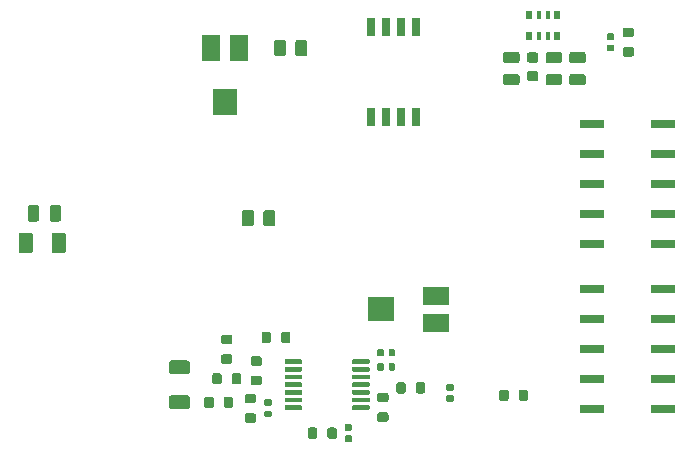
<source format=gbr>
G04 #@! TF.GenerationSoftware,KiCad,Pcbnew,5.1.5+dfsg1-2build2*
G04 #@! TF.CreationDate,2021-11-30T21:55:48+00:00*
G04 #@! TF.ProjectId,shield,73686965-6c64-42e6-9b69-6361645f7063,rev?*
G04 #@! TF.SameCoordinates,Original*
G04 #@! TF.FileFunction,Paste,Top*
G04 #@! TF.FilePolarity,Positive*
%FSLAX46Y46*%
G04 Gerber Fmt 4.6, Leading zero omitted, Abs format (unit mm)*
G04 Created by KiCad (PCBNEW 5.1.5+dfsg1-2build2) date 2021-11-30 21:55:48*
%MOMM*%
%LPD*%
G04 APERTURE LIST*
%ADD10C,0.350000*%
%ADD11R,2.000000X0.800000*%
%ADD12R,2.000000X2.200000*%
%ADD13R,1.500000X2.200000*%
%ADD14R,2.200000X2.000000*%
%ADD15R,2.200000X1.500000*%
%ADD16R,0.500000X0.800000*%
%ADD17R,0.400000X0.800000*%
%ADD18R,0.762000X1.524000*%
G04 APERTURE END LIST*
D10*
G04 #@! TO.C,R13*
G36*
X23574505Y30298796D02*
G01*
X23598773Y30295196D01*
X23622572Y30289235D01*
X23645671Y30280970D01*
X23667850Y30270480D01*
X23688893Y30257868D01*
X23708599Y30243253D01*
X23726777Y30226777D01*
X23743253Y30208599D01*
X23757868Y30188893D01*
X23770480Y30167850D01*
X23780970Y30145671D01*
X23789235Y30122572D01*
X23795196Y30098773D01*
X23798796Y30074505D01*
X23800000Y30050001D01*
X23800000Y29149999D01*
X23798796Y29125495D01*
X23795196Y29101227D01*
X23789235Y29077428D01*
X23780970Y29054329D01*
X23770480Y29032150D01*
X23757868Y29011107D01*
X23743253Y28991401D01*
X23726777Y28973223D01*
X23708599Y28956747D01*
X23688893Y28942132D01*
X23667850Y28929520D01*
X23645671Y28919030D01*
X23622572Y28910765D01*
X23598773Y28904804D01*
X23574505Y28901204D01*
X23550001Y28900000D01*
X23024999Y28900000D01*
X23000495Y28901204D01*
X22976227Y28904804D01*
X22952428Y28910765D01*
X22929329Y28919030D01*
X22907150Y28929520D01*
X22886107Y28942132D01*
X22866401Y28956747D01*
X22848223Y28973223D01*
X22831747Y28991401D01*
X22817132Y29011107D01*
X22804520Y29032150D01*
X22794030Y29054329D01*
X22785765Y29077428D01*
X22779804Y29101227D01*
X22776204Y29125495D01*
X22775000Y29149999D01*
X22775000Y30050001D01*
X22776204Y30074505D01*
X22779804Y30098773D01*
X22785765Y30122572D01*
X22794030Y30145671D01*
X22804520Y30167850D01*
X22817132Y30188893D01*
X22831747Y30208599D01*
X22848223Y30226777D01*
X22866401Y30243253D01*
X22886107Y30257868D01*
X22907150Y30270480D01*
X22929329Y30280970D01*
X22952428Y30289235D01*
X22976227Y30295196D01*
X23000495Y30298796D01*
X23024999Y30300000D01*
X23550001Y30300000D01*
X23574505Y30298796D01*
G37*
G36*
X25399505Y30298796D02*
G01*
X25423773Y30295196D01*
X25447572Y30289235D01*
X25470671Y30280970D01*
X25492850Y30270480D01*
X25513893Y30257868D01*
X25533599Y30243253D01*
X25551777Y30226777D01*
X25568253Y30208599D01*
X25582868Y30188893D01*
X25595480Y30167850D01*
X25605970Y30145671D01*
X25614235Y30122572D01*
X25620196Y30098773D01*
X25623796Y30074505D01*
X25625000Y30050001D01*
X25625000Y29149999D01*
X25623796Y29125495D01*
X25620196Y29101227D01*
X25614235Y29077428D01*
X25605970Y29054329D01*
X25595480Y29032150D01*
X25582868Y29011107D01*
X25568253Y28991401D01*
X25551777Y28973223D01*
X25533599Y28956747D01*
X25513893Y28942132D01*
X25492850Y28929520D01*
X25470671Y28919030D01*
X25447572Y28910765D01*
X25423773Y28904804D01*
X25399505Y28901204D01*
X25375001Y28900000D01*
X24849999Y28900000D01*
X24825495Y28901204D01*
X24801227Y28904804D01*
X24777428Y28910765D01*
X24754329Y28919030D01*
X24732150Y28929520D01*
X24711107Y28942132D01*
X24691401Y28956747D01*
X24673223Y28973223D01*
X24656747Y28991401D01*
X24642132Y29011107D01*
X24629520Y29032150D01*
X24619030Y29054329D01*
X24610765Y29077428D01*
X24604804Y29101227D01*
X24601204Y29125495D01*
X24600000Y29149999D01*
X24600000Y30050001D01*
X24601204Y30074505D01*
X24604804Y30098773D01*
X24610765Y30122572D01*
X24619030Y30145671D01*
X24629520Y30167850D01*
X24642132Y30188893D01*
X24656747Y30208599D01*
X24673223Y30226777D01*
X24691401Y30243253D01*
X24711107Y30257868D01*
X24732150Y30270480D01*
X24754329Y30280970D01*
X24777428Y30289235D01*
X24801227Y30295196D01*
X24825495Y30298796D01*
X24849999Y30300000D01*
X25375001Y30300000D01*
X25399505Y30298796D01*
G37*
G04 #@! TD*
G04 #@! TO.C,R9*
G36*
X28112005Y44698796D02*
G01*
X28136273Y44695196D01*
X28160072Y44689235D01*
X28183171Y44680970D01*
X28205350Y44670480D01*
X28226393Y44657868D01*
X28246099Y44643253D01*
X28264277Y44626777D01*
X28280753Y44608599D01*
X28295368Y44588893D01*
X28307980Y44567850D01*
X28318470Y44545671D01*
X28326735Y44522572D01*
X28332696Y44498773D01*
X28336296Y44474505D01*
X28337500Y44450001D01*
X28337500Y43549999D01*
X28336296Y43525495D01*
X28332696Y43501227D01*
X28326735Y43477428D01*
X28318470Y43454329D01*
X28307980Y43432150D01*
X28295368Y43411107D01*
X28280753Y43391401D01*
X28264277Y43373223D01*
X28246099Y43356747D01*
X28226393Y43342132D01*
X28205350Y43329520D01*
X28183171Y43319030D01*
X28160072Y43310765D01*
X28136273Y43304804D01*
X28112005Y43301204D01*
X28087501Y43300000D01*
X27562499Y43300000D01*
X27537995Y43301204D01*
X27513727Y43304804D01*
X27489928Y43310765D01*
X27466829Y43319030D01*
X27444650Y43329520D01*
X27423607Y43342132D01*
X27403901Y43356747D01*
X27385723Y43373223D01*
X27369247Y43391401D01*
X27354632Y43411107D01*
X27342020Y43432150D01*
X27331530Y43454329D01*
X27323265Y43477428D01*
X27317304Y43501227D01*
X27313704Y43525495D01*
X27312500Y43549999D01*
X27312500Y44450001D01*
X27313704Y44474505D01*
X27317304Y44498773D01*
X27323265Y44522572D01*
X27331530Y44545671D01*
X27342020Y44567850D01*
X27354632Y44588893D01*
X27369247Y44608599D01*
X27385723Y44626777D01*
X27403901Y44643253D01*
X27423607Y44657868D01*
X27444650Y44670480D01*
X27466829Y44680970D01*
X27489928Y44689235D01*
X27513727Y44695196D01*
X27537995Y44698796D01*
X27562499Y44700000D01*
X28087501Y44700000D01*
X28112005Y44698796D01*
G37*
G36*
X26287005Y44698796D02*
G01*
X26311273Y44695196D01*
X26335072Y44689235D01*
X26358171Y44680970D01*
X26380350Y44670480D01*
X26401393Y44657868D01*
X26421099Y44643253D01*
X26439277Y44626777D01*
X26455753Y44608599D01*
X26470368Y44588893D01*
X26482980Y44567850D01*
X26493470Y44545671D01*
X26501735Y44522572D01*
X26507696Y44498773D01*
X26511296Y44474505D01*
X26512500Y44450001D01*
X26512500Y43549999D01*
X26511296Y43525495D01*
X26507696Y43501227D01*
X26501735Y43477428D01*
X26493470Y43454329D01*
X26482980Y43432150D01*
X26470368Y43411107D01*
X26455753Y43391401D01*
X26439277Y43373223D01*
X26421099Y43356747D01*
X26401393Y43342132D01*
X26380350Y43329520D01*
X26358171Y43319030D01*
X26335072Y43310765D01*
X26311273Y43304804D01*
X26287005Y43301204D01*
X26262501Y43300000D01*
X25737499Y43300000D01*
X25712995Y43301204D01*
X25688727Y43304804D01*
X25664928Y43310765D01*
X25641829Y43319030D01*
X25619650Y43329520D01*
X25598607Y43342132D01*
X25578901Y43356747D01*
X25560723Y43373223D01*
X25544247Y43391401D01*
X25529632Y43411107D01*
X25517020Y43432150D01*
X25506530Y43454329D01*
X25498265Y43477428D01*
X25492304Y43501227D01*
X25488704Y43525495D01*
X25487500Y43549999D01*
X25487500Y44450001D01*
X25488704Y44474505D01*
X25492304Y44498773D01*
X25498265Y44522572D01*
X25506530Y44545671D01*
X25517020Y44567850D01*
X25529632Y44588893D01*
X25544247Y44608599D01*
X25560723Y44626777D01*
X25578901Y44643253D01*
X25598607Y44657868D01*
X25619650Y44670480D01*
X25641829Y44680970D01*
X25664928Y44689235D01*
X25688727Y44695196D01*
X25712995Y44698796D01*
X25737499Y44700000D01*
X26262501Y44700000D01*
X26287005Y44698796D01*
G37*
G04 #@! TD*
D11*
G04 #@! TO.C,J1*
X52400000Y23580000D03*
X58400000Y23580000D03*
X52400000Y21040000D03*
X58400000Y21040000D03*
X52400000Y18500000D03*
X58400000Y18500000D03*
X52400000Y15960000D03*
X58400000Y15960000D03*
X52400000Y13420000D03*
X58400000Y13420000D03*
G04 #@! TD*
D10*
G04 #@! TO.C,R12*
G36*
X28994603Y11874037D02*
G01*
X29014018Y11871157D01*
X29033057Y11866388D01*
X29051537Y11859776D01*
X29069279Y11851384D01*
X29086114Y11841294D01*
X29101879Y11829602D01*
X29116421Y11816421D01*
X29129602Y11801879D01*
X29141294Y11786114D01*
X29151384Y11769279D01*
X29159776Y11751537D01*
X29166388Y11733057D01*
X29171157Y11714018D01*
X29174037Y11694603D01*
X29175000Y11675000D01*
X29175000Y11125000D01*
X29174037Y11105397D01*
X29171157Y11085982D01*
X29166388Y11066943D01*
X29159776Y11048463D01*
X29151384Y11030721D01*
X29141294Y11013886D01*
X29129602Y10998121D01*
X29116421Y10983579D01*
X29101879Y10970398D01*
X29086114Y10958706D01*
X29069279Y10948616D01*
X29051537Y10940224D01*
X29033057Y10933612D01*
X29014018Y10928843D01*
X28994603Y10925963D01*
X28975000Y10925000D01*
X28575000Y10925000D01*
X28555397Y10925963D01*
X28535982Y10928843D01*
X28516943Y10933612D01*
X28498463Y10940224D01*
X28480721Y10948616D01*
X28463886Y10958706D01*
X28448121Y10970398D01*
X28433579Y10983579D01*
X28420398Y10998121D01*
X28408706Y11013886D01*
X28398616Y11030721D01*
X28390224Y11048463D01*
X28383612Y11066943D01*
X28378843Y11085982D01*
X28375963Y11105397D01*
X28375000Y11125000D01*
X28375000Y11675000D01*
X28375963Y11694603D01*
X28378843Y11714018D01*
X28383612Y11733057D01*
X28390224Y11751537D01*
X28398616Y11769279D01*
X28408706Y11786114D01*
X28420398Y11801879D01*
X28433579Y11816421D01*
X28448121Y11829602D01*
X28463886Y11841294D01*
X28480721Y11851384D01*
X28498463Y11859776D01*
X28516943Y11866388D01*
X28535982Y11871157D01*
X28555397Y11874037D01*
X28575000Y11875000D01*
X28975000Y11875000D01*
X28994603Y11874037D01*
G37*
G36*
X30644603Y11874037D02*
G01*
X30664018Y11871157D01*
X30683057Y11866388D01*
X30701537Y11859776D01*
X30719279Y11851384D01*
X30736114Y11841294D01*
X30751879Y11829602D01*
X30766421Y11816421D01*
X30779602Y11801879D01*
X30791294Y11786114D01*
X30801384Y11769279D01*
X30809776Y11751537D01*
X30816388Y11733057D01*
X30821157Y11714018D01*
X30824037Y11694603D01*
X30825000Y11675000D01*
X30825000Y11125000D01*
X30824037Y11105397D01*
X30821157Y11085982D01*
X30816388Y11066943D01*
X30809776Y11048463D01*
X30801384Y11030721D01*
X30791294Y11013886D01*
X30779602Y10998121D01*
X30766421Y10983579D01*
X30751879Y10970398D01*
X30736114Y10958706D01*
X30719279Y10948616D01*
X30701537Y10940224D01*
X30683057Y10933612D01*
X30664018Y10928843D01*
X30644603Y10925963D01*
X30625000Y10925000D01*
X30225000Y10925000D01*
X30205397Y10925963D01*
X30185982Y10928843D01*
X30166943Y10933612D01*
X30148463Y10940224D01*
X30130721Y10948616D01*
X30113886Y10958706D01*
X30098121Y10970398D01*
X30083579Y10983579D01*
X30070398Y10998121D01*
X30058706Y11013886D01*
X30048616Y11030721D01*
X30040224Y11048463D01*
X30033612Y11066943D01*
X30028843Y11085982D01*
X30025963Y11105397D01*
X30025000Y11125000D01*
X30025000Y11675000D01*
X30025963Y11694603D01*
X30028843Y11714018D01*
X30033612Y11733057D01*
X30040224Y11751537D01*
X30048616Y11769279D01*
X30058706Y11786114D01*
X30070398Y11801879D01*
X30083579Y11816421D01*
X30098121Y11829602D01*
X30113886Y11841294D01*
X30130721Y11851384D01*
X30148463Y11859776D01*
X30166943Y11866388D01*
X30185982Y11871157D01*
X30205397Y11874037D01*
X30225000Y11875000D01*
X30625000Y11875000D01*
X30644603Y11874037D01*
G37*
G04 #@! TD*
G04 #@! TO.C,R11*
G36*
X45194603Y15074037D02*
G01*
X45214018Y15071157D01*
X45233057Y15066388D01*
X45251537Y15059776D01*
X45269279Y15051384D01*
X45286114Y15041294D01*
X45301879Y15029602D01*
X45316421Y15016421D01*
X45329602Y15001879D01*
X45341294Y14986114D01*
X45351384Y14969279D01*
X45359776Y14951537D01*
X45366388Y14933057D01*
X45371157Y14914018D01*
X45374037Y14894603D01*
X45375000Y14875000D01*
X45375000Y14325000D01*
X45374037Y14305397D01*
X45371157Y14285982D01*
X45366388Y14266943D01*
X45359776Y14248463D01*
X45351384Y14230721D01*
X45341294Y14213886D01*
X45329602Y14198121D01*
X45316421Y14183579D01*
X45301879Y14170398D01*
X45286114Y14158706D01*
X45269279Y14148616D01*
X45251537Y14140224D01*
X45233057Y14133612D01*
X45214018Y14128843D01*
X45194603Y14125963D01*
X45175000Y14125000D01*
X44775000Y14125000D01*
X44755397Y14125963D01*
X44735982Y14128843D01*
X44716943Y14133612D01*
X44698463Y14140224D01*
X44680721Y14148616D01*
X44663886Y14158706D01*
X44648121Y14170398D01*
X44633579Y14183579D01*
X44620398Y14198121D01*
X44608706Y14213886D01*
X44598616Y14230721D01*
X44590224Y14248463D01*
X44583612Y14266943D01*
X44578843Y14285982D01*
X44575963Y14305397D01*
X44575000Y14325000D01*
X44575000Y14875000D01*
X44575963Y14894603D01*
X44578843Y14914018D01*
X44583612Y14933057D01*
X44590224Y14951537D01*
X44598616Y14969279D01*
X44608706Y14986114D01*
X44620398Y15001879D01*
X44633579Y15016421D01*
X44648121Y15029602D01*
X44663886Y15041294D01*
X44680721Y15051384D01*
X44698463Y15059776D01*
X44716943Y15066388D01*
X44735982Y15071157D01*
X44755397Y15074037D01*
X44775000Y15075000D01*
X45175000Y15075000D01*
X45194603Y15074037D01*
G37*
G36*
X46844603Y15074037D02*
G01*
X46864018Y15071157D01*
X46883057Y15066388D01*
X46901537Y15059776D01*
X46919279Y15051384D01*
X46936114Y15041294D01*
X46951879Y15029602D01*
X46966421Y15016421D01*
X46979602Y15001879D01*
X46991294Y14986114D01*
X47001384Y14969279D01*
X47009776Y14951537D01*
X47016388Y14933057D01*
X47021157Y14914018D01*
X47024037Y14894603D01*
X47025000Y14875000D01*
X47025000Y14325000D01*
X47024037Y14305397D01*
X47021157Y14285982D01*
X47016388Y14266943D01*
X47009776Y14248463D01*
X47001384Y14230721D01*
X46991294Y14213886D01*
X46979602Y14198121D01*
X46966421Y14183579D01*
X46951879Y14170398D01*
X46936114Y14158706D01*
X46919279Y14148616D01*
X46901537Y14140224D01*
X46883057Y14133612D01*
X46864018Y14128843D01*
X46844603Y14125963D01*
X46825000Y14125000D01*
X46425000Y14125000D01*
X46405397Y14125963D01*
X46385982Y14128843D01*
X46366943Y14133612D01*
X46348463Y14140224D01*
X46330721Y14148616D01*
X46313886Y14158706D01*
X46298121Y14170398D01*
X46283579Y14183579D01*
X46270398Y14198121D01*
X46258706Y14213886D01*
X46248616Y14230721D01*
X46240224Y14248463D01*
X46233612Y14266943D01*
X46228843Y14285982D01*
X46225963Y14305397D01*
X46225000Y14325000D01*
X46225000Y14875000D01*
X46225963Y14894603D01*
X46228843Y14914018D01*
X46233612Y14933057D01*
X46240224Y14951537D01*
X46248616Y14969279D01*
X46258706Y14986114D01*
X46270398Y15001879D01*
X46283579Y15016421D01*
X46298121Y15029602D01*
X46313886Y15041294D01*
X46330721Y15051384D01*
X46348463Y15059776D01*
X46366943Y15066388D01*
X46385982Y15071157D01*
X46405397Y15074037D01*
X46425000Y15075000D01*
X46825000Y15075000D01*
X46844603Y15074037D01*
G37*
G04 #@! TD*
G04 #@! TO.C,C7*
G36*
X31983722Y11199326D02*
G01*
X31997313Y11197310D01*
X32010640Y11193972D01*
X32023576Y11189343D01*
X32035996Y11183469D01*
X32047780Y11176406D01*
X32058815Y11168221D01*
X32068995Y11158995D01*
X32078221Y11148815D01*
X32086406Y11137780D01*
X32093469Y11125996D01*
X32099343Y11113576D01*
X32103972Y11100640D01*
X32107310Y11087313D01*
X32109326Y11073722D01*
X32110000Y11060000D01*
X32110000Y10780000D01*
X32109326Y10766278D01*
X32107310Y10752687D01*
X32103972Y10739360D01*
X32099343Y10726424D01*
X32093469Y10714004D01*
X32086406Y10702220D01*
X32078221Y10691185D01*
X32068995Y10681005D01*
X32058815Y10671779D01*
X32047780Y10663594D01*
X32035996Y10656531D01*
X32023576Y10650657D01*
X32010640Y10646028D01*
X31997313Y10642690D01*
X31983722Y10640674D01*
X31970000Y10640000D01*
X31630000Y10640000D01*
X31616278Y10640674D01*
X31602687Y10642690D01*
X31589360Y10646028D01*
X31576424Y10650657D01*
X31564004Y10656531D01*
X31552220Y10663594D01*
X31541185Y10671779D01*
X31531005Y10681005D01*
X31521779Y10691185D01*
X31513594Y10702220D01*
X31506531Y10714004D01*
X31500657Y10726424D01*
X31496028Y10739360D01*
X31492690Y10752687D01*
X31490674Y10766278D01*
X31490000Y10780000D01*
X31490000Y11060000D01*
X31490674Y11073722D01*
X31492690Y11087313D01*
X31496028Y11100640D01*
X31500657Y11113576D01*
X31506531Y11125996D01*
X31513594Y11137780D01*
X31521779Y11148815D01*
X31531005Y11158995D01*
X31541185Y11168221D01*
X31552220Y11176406D01*
X31564004Y11183469D01*
X31576424Y11189343D01*
X31589360Y11193972D01*
X31602687Y11197310D01*
X31616278Y11199326D01*
X31630000Y11200000D01*
X31970000Y11200000D01*
X31983722Y11199326D01*
G37*
G36*
X31983722Y12159326D02*
G01*
X31997313Y12157310D01*
X32010640Y12153972D01*
X32023576Y12149343D01*
X32035996Y12143469D01*
X32047780Y12136406D01*
X32058815Y12128221D01*
X32068995Y12118995D01*
X32078221Y12108815D01*
X32086406Y12097780D01*
X32093469Y12085996D01*
X32099343Y12073576D01*
X32103972Y12060640D01*
X32107310Y12047313D01*
X32109326Y12033722D01*
X32110000Y12020000D01*
X32110000Y11740000D01*
X32109326Y11726278D01*
X32107310Y11712687D01*
X32103972Y11699360D01*
X32099343Y11686424D01*
X32093469Y11674004D01*
X32086406Y11662220D01*
X32078221Y11651185D01*
X32068995Y11641005D01*
X32058815Y11631779D01*
X32047780Y11623594D01*
X32035996Y11616531D01*
X32023576Y11610657D01*
X32010640Y11606028D01*
X31997313Y11602690D01*
X31983722Y11600674D01*
X31970000Y11600000D01*
X31630000Y11600000D01*
X31616278Y11600674D01*
X31602687Y11602690D01*
X31589360Y11606028D01*
X31576424Y11610657D01*
X31564004Y11616531D01*
X31552220Y11623594D01*
X31541185Y11631779D01*
X31531005Y11641005D01*
X31521779Y11651185D01*
X31513594Y11662220D01*
X31506531Y11674004D01*
X31500657Y11686424D01*
X31496028Y11699360D01*
X31492690Y11712687D01*
X31490674Y11726278D01*
X31490000Y11740000D01*
X31490000Y12020000D01*
X31490674Y12033722D01*
X31492690Y12047313D01*
X31496028Y12060640D01*
X31500657Y12073576D01*
X31506531Y12085996D01*
X31513594Y12097780D01*
X31521779Y12108815D01*
X31531005Y12118995D01*
X31541185Y12128221D01*
X31552220Y12136406D01*
X31564004Y12143469D01*
X31576424Y12149343D01*
X31589360Y12153972D01*
X31602687Y12157310D01*
X31616278Y12159326D01*
X31630000Y12160000D01*
X31970000Y12160000D01*
X31983722Y12159326D01*
G37*
G04 #@! TD*
G04 #@! TO.C,C2*
G36*
X34673722Y17309326D02*
G01*
X34687313Y17307310D01*
X34700640Y17303972D01*
X34713576Y17299343D01*
X34725996Y17293469D01*
X34737780Y17286406D01*
X34748815Y17278221D01*
X34758995Y17268995D01*
X34768221Y17258815D01*
X34776406Y17247780D01*
X34783469Y17235996D01*
X34789343Y17223576D01*
X34793972Y17210640D01*
X34797310Y17197313D01*
X34799326Y17183722D01*
X34800000Y17170000D01*
X34800000Y16830000D01*
X34799326Y16816278D01*
X34797310Y16802687D01*
X34793972Y16789360D01*
X34789343Y16776424D01*
X34783469Y16764004D01*
X34776406Y16752220D01*
X34768221Y16741185D01*
X34758995Y16731005D01*
X34748815Y16721779D01*
X34737780Y16713594D01*
X34725996Y16706531D01*
X34713576Y16700657D01*
X34700640Y16696028D01*
X34687313Y16692690D01*
X34673722Y16690674D01*
X34660000Y16690000D01*
X34380000Y16690000D01*
X34366278Y16690674D01*
X34352687Y16692690D01*
X34339360Y16696028D01*
X34326424Y16700657D01*
X34314004Y16706531D01*
X34302220Y16713594D01*
X34291185Y16721779D01*
X34281005Y16731005D01*
X34271779Y16741185D01*
X34263594Y16752220D01*
X34256531Y16764004D01*
X34250657Y16776424D01*
X34246028Y16789360D01*
X34242690Y16802687D01*
X34240674Y16816278D01*
X34240000Y16830000D01*
X34240000Y17170000D01*
X34240674Y17183722D01*
X34242690Y17197313D01*
X34246028Y17210640D01*
X34250657Y17223576D01*
X34256531Y17235996D01*
X34263594Y17247780D01*
X34271779Y17258815D01*
X34281005Y17268995D01*
X34291185Y17278221D01*
X34302220Y17286406D01*
X34314004Y17293469D01*
X34326424Y17299343D01*
X34339360Y17303972D01*
X34352687Y17307310D01*
X34366278Y17309326D01*
X34380000Y17310000D01*
X34660000Y17310000D01*
X34673722Y17309326D01*
G37*
G36*
X35633722Y17309326D02*
G01*
X35647313Y17307310D01*
X35660640Y17303972D01*
X35673576Y17299343D01*
X35685996Y17293469D01*
X35697780Y17286406D01*
X35708815Y17278221D01*
X35718995Y17268995D01*
X35728221Y17258815D01*
X35736406Y17247780D01*
X35743469Y17235996D01*
X35749343Y17223576D01*
X35753972Y17210640D01*
X35757310Y17197313D01*
X35759326Y17183722D01*
X35760000Y17170000D01*
X35760000Y16830000D01*
X35759326Y16816278D01*
X35757310Y16802687D01*
X35753972Y16789360D01*
X35749343Y16776424D01*
X35743469Y16764004D01*
X35736406Y16752220D01*
X35728221Y16741185D01*
X35718995Y16731005D01*
X35708815Y16721779D01*
X35697780Y16713594D01*
X35685996Y16706531D01*
X35673576Y16700657D01*
X35660640Y16696028D01*
X35647313Y16692690D01*
X35633722Y16690674D01*
X35620000Y16690000D01*
X35340000Y16690000D01*
X35326278Y16690674D01*
X35312687Y16692690D01*
X35299360Y16696028D01*
X35286424Y16700657D01*
X35274004Y16706531D01*
X35262220Y16713594D01*
X35251185Y16721779D01*
X35241005Y16731005D01*
X35231779Y16741185D01*
X35223594Y16752220D01*
X35216531Y16764004D01*
X35210657Y16776424D01*
X35206028Y16789360D01*
X35202690Y16802687D01*
X35200674Y16816278D01*
X35200000Y16830000D01*
X35200000Y17170000D01*
X35200674Y17183722D01*
X35202690Y17197313D01*
X35206028Y17210640D01*
X35210657Y17223576D01*
X35216531Y17235996D01*
X35223594Y17247780D01*
X35231779Y17258815D01*
X35241005Y17268995D01*
X35251185Y17278221D01*
X35262220Y17286406D01*
X35274004Y17293469D01*
X35286424Y17299343D01*
X35299360Y17303972D01*
X35312687Y17307310D01*
X35326278Y17309326D01*
X35340000Y17310000D01*
X35620000Y17310000D01*
X35633722Y17309326D01*
G37*
G04 #@! TD*
G04 #@! TO.C,C1*
G36*
X40583722Y14599326D02*
G01*
X40597313Y14597310D01*
X40610640Y14593972D01*
X40623576Y14589343D01*
X40635996Y14583469D01*
X40647780Y14576406D01*
X40658815Y14568221D01*
X40668995Y14558995D01*
X40678221Y14548815D01*
X40686406Y14537780D01*
X40693469Y14525996D01*
X40699343Y14513576D01*
X40703972Y14500640D01*
X40707310Y14487313D01*
X40709326Y14473722D01*
X40710000Y14460000D01*
X40710000Y14180000D01*
X40709326Y14166278D01*
X40707310Y14152687D01*
X40703972Y14139360D01*
X40699343Y14126424D01*
X40693469Y14114004D01*
X40686406Y14102220D01*
X40678221Y14091185D01*
X40668995Y14081005D01*
X40658815Y14071779D01*
X40647780Y14063594D01*
X40635996Y14056531D01*
X40623576Y14050657D01*
X40610640Y14046028D01*
X40597313Y14042690D01*
X40583722Y14040674D01*
X40570000Y14040000D01*
X40230000Y14040000D01*
X40216278Y14040674D01*
X40202687Y14042690D01*
X40189360Y14046028D01*
X40176424Y14050657D01*
X40164004Y14056531D01*
X40152220Y14063594D01*
X40141185Y14071779D01*
X40131005Y14081005D01*
X40121779Y14091185D01*
X40113594Y14102220D01*
X40106531Y14114004D01*
X40100657Y14126424D01*
X40096028Y14139360D01*
X40092690Y14152687D01*
X40090674Y14166278D01*
X40090000Y14180000D01*
X40090000Y14460000D01*
X40090674Y14473722D01*
X40092690Y14487313D01*
X40096028Y14500640D01*
X40100657Y14513576D01*
X40106531Y14525996D01*
X40113594Y14537780D01*
X40121779Y14548815D01*
X40131005Y14558995D01*
X40141185Y14568221D01*
X40152220Y14576406D01*
X40164004Y14583469D01*
X40176424Y14589343D01*
X40189360Y14593972D01*
X40202687Y14597310D01*
X40216278Y14599326D01*
X40230000Y14600000D01*
X40570000Y14600000D01*
X40583722Y14599326D01*
G37*
G36*
X40583722Y15559326D02*
G01*
X40597313Y15557310D01*
X40610640Y15553972D01*
X40623576Y15549343D01*
X40635996Y15543469D01*
X40647780Y15536406D01*
X40658815Y15528221D01*
X40668995Y15518995D01*
X40678221Y15508815D01*
X40686406Y15497780D01*
X40693469Y15485996D01*
X40699343Y15473576D01*
X40703972Y15460640D01*
X40707310Y15447313D01*
X40709326Y15433722D01*
X40710000Y15420000D01*
X40710000Y15140000D01*
X40709326Y15126278D01*
X40707310Y15112687D01*
X40703972Y15099360D01*
X40699343Y15086424D01*
X40693469Y15074004D01*
X40686406Y15062220D01*
X40678221Y15051185D01*
X40668995Y15041005D01*
X40658815Y15031779D01*
X40647780Y15023594D01*
X40635996Y15016531D01*
X40623576Y15010657D01*
X40610640Y15006028D01*
X40597313Y15002690D01*
X40583722Y15000674D01*
X40570000Y15000000D01*
X40230000Y15000000D01*
X40216278Y15000674D01*
X40202687Y15002690D01*
X40189360Y15006028D01*
X40176424Y15010657D01*
X40164004Y15016531D01*
X40152220Y15023594D01*
X40141185Y15031779D01*
X40131005Y15041005D01*
X40121779Y15051185D01*
X40113594Y15062220D01*
X40106531Y15074004D01*
X40100657Y15086424D01*
X40096028Y15099360D01*
X40092690Y15112687D01*
X40090674Y15126278D01*
X40090000Y15140000D01*
X40090000Y15420000D01*
X40090674Y15433722D01*
X40092690Y15447313D01*
X40096028Y15460640D01*
X40100657Y15473576D01*
X40106531Y15485996D01*
X40113594Y15497780D01*
X40121779Y15508815D01*
X40131005Y15518995D01*
X40141185Y15528221D01*
X40152220Y15536406D01*
X40164004Y15543469D01*
X40176424Y15549343D01*
X40189360Y15553972D01*
X40202687Y15557310D01*
X40216278Y15559326D01*
X40230000Y15560000D01*
X40570000Y15560000D01*
X40583722Y15559326D01*
G37*
G04 #@! TD*
D11*
G04 #@! TO.C,J2*
X58400000Y27420000D03*
X52400000Y27420000D03*
X58400000Y29960000D03*
X52400000Y29960000D03*
X58400000Y32500000D03*
X52400000Y32500000D03*
X58400000Y35040000D03*
X52400000Y35040000D03*
X58400000Y37580000D03*
X52400000Y37580000D03*
G04 #@! TD*
D12*
G04 #@! TO.C,RV2*
X21350000Y39400000D03*
D13*
X20200000Y44000000D03*
X22500000Y44000000D03*
G04 #@! TD*
D14*
G04 #@! TO.C,RV1*
X34587000Y21875000D03*
D15*
X39187000Y23025000D03*
X39187000Y20725000D03*
G04 #@! TD*
D16*
G04 #@! TO.C,RN1*
X47100000Y45000000D03*
D17*
X47900000Y45000000D03*
D16*
X49500000Y45000000D03*
D17*
X48700000Y45000000D03*
D16*
X47100000Y46800000D03*
D17*
X48700000Y46800000D03*
X47900000Y46800000D03*
D16*
X49500000Y46800000D03*
G04 #@! TD*
D10*
G04 #@! TO.C,D6*
G36*
X46080142Y43686326D02*
G01*
X46103803Y43682816D01*
X46127007Y43677004D01*
X46149529Y43668946D01*
X46171153Y43658718D01*
X46191670Y43646421D01*
X46210883Y43632171D01*
X46228607Y43616107D01*
X46244671Y43598383D01*
X46258921Y43579170D01*
X46271218Y43558653D01*
X46281446Y43537029D01*
X46289504Y43514507D01*
X46295316Y43491303D01*
X46298826Y43467642D01*
X46300000Y43443750D01*
X46300000Y42956250D01*
X46298826Y42932358D01*
X46295316Y42908697D01*
X46289504Y42885493D01*
X46281446Y42862971D01*
X46271218Y42841347D01*
X46258921Y42820830D01*
X46244671Y42801617D01*
X46228607Y42783893D01*
X46210883Y42767829D01*
X46191670Y42753579D01*
X46171153Y42741282D01*
X46149529Y42731054D01*
X46127007Y42722996D01*
X46103803Y42717184D01*
X46080142Y42713674D01*
X46056250Y42712500D01*
X45143750Y42712500D01*
X45119858Y42713674D01*
X45096197Y42717184D01*
X45072993Y42722996D01*
X45050471Y42731054D01*
X45028847Y42741282D01*
X45008330Y42753579D01*
X44989117Y42767829D01*
X44971393Y42783893D01*
X44955329Y42801617D01*
X44941079Y42820830D01*
X44928782Y42841347D01*
X44918554Y42862971D01*
X44910496Y42885493D01*
X44904684Y42908697D01*
X44901174Y42932358D01*
X44900000Y42956250D01*
X44900000Y43443750D01*
X44901174Y43467642D01*
X44904684Y43491303D01*
X44910496Y43514507D01*
X44918554Y43537029D01*
X44928782Y43558653D01*
X44941079Y43579170D01*
X44955329Y43598383D01*
X44971393Y43616107D01*
X44989117Y43632171D01*
X45008330Y43646421D01*
X45028847Y43658718D01*
X45050471Y43668946D01*
X45072993Y43677004D01*
X45096197Y43682816D01*
X45119858Y43686326D01*
X45143750Y43687500D01*
X46056250Y43687500D01*
X46080142Y43686326D01*
G37*
G36*
X46080142Y41811326D02*
G01*
X46103803Y41807816D01*
X46127007Y41802004D01*
X46149529Y41793946D01*
X46171153Y41783718D01*
X46191670Y41771421D01*
X46210883Y41757171D01*
X46228607Y41741107D01*
X46244671Y41723383D01*
X46258921Y41704170D01*
X46271218Y41683653D01*
X46281446Y41662029D01*
X46289504Y41639507D01*
X46295316Y41616303D01*
X46298826Y41592642D01*
X46300000Y41568750D01*
X46300000Y41081250D01*
X46298826Y41057358D01*
X46295316Y41033697D01*
X46289504Y41010493D01*
X46281446Y40987971D01*
X46271218Y40966347D01*
X46258921Y40945830D01*
X46244671Y40926617D01*
X46228607Y40908893D01*
X46210883Y40892829D01*
X46191670Y40878579D01*
X46171153Y40866282D01*
X46149529Y40856054D01*
X46127007Y40847996D01*
X46103803Y40842184D01*
X46080142Y40838674D01*
X46056250Y40837500D01*
X45143750Y40837500D01*
X45119858Y40838674D01*
X45096197Y40842184D01*
X45072993Y40847996D01*
X45050471Y40856054D01*
X45028847Y40866282D01*
X45008330Y40878579D01*
X44989117Y40892829D01*
X44971393Y40908893D01*
X44955329Y40926617D01*
X44941079Y40945830D01*
X44928782Y40966347D01*
X44918554Y40987971D01*
X44910496Y41010493D01*
X44904684Y41033697D01*
X44901174Y41057358D01*
X44900000Y41081250D01*
X44900000Y41568750D01*
X44901174Y41592642D01*
X44904684Y41616303D01*
X44910496Y41639507D01*
X44918554Y41662029D01*
X44928782Y41683653D01*
X44941079Y41704170D01*
X44955329Y41723383D01*
X44971393Y41741107D01*
X44989117Y41757171D01*
X45008330Y41771421D01*
X45028847Y41783718D01*
X45050471Y41793946D01*
X45072993Y41802004D01*
X45096197Y41807816D01*
X45119858Y41811326D01*
X45143750Y41812500D01*
X46056250Y41812500D01*
X46080142Y41811326D01*
G37*
G04 #@! TD*
G04 #@! TO.C,D5*
G36*
X47677691Y43636447D02*
G01*
X47698926Y43633297D01*
X47719750Y43628081D01*
X47739962Y43620849D01*
X47759368Y43611670D01*
X47777781Y43600634D01*
X47795024Y43587846D01*
X47810930Y43573430D01*
X47825346Y43557524D01*
X47838134Y43540281D01*
X47849170Y43521868D01*
X47858349Y43502462D01*
X47865581Y43482250D01*
X47870797Y43461426D01*
X47873947Y43440191D01*
X47875000Y43418750D01*
X47875000Y42981250D01*
X47873947Y42959809D01*
X47870797Y42938574D01*
X47865581Y42917750D01*
X47858349Y42897538D01*
X47849170Y42878132D01*
X47838134Y42859719D01*
X47825346Y42842476D01*
X47810930Y42826570D01*
X47795024Y42812154D01*
X47777781Y42799366D01*
X47759368Y42788330D01*
X47739962Y42779151D01*
X47719750Y42771919D01*
X47698926Y42766703D01*
X47677691Y42763553D01*
X47656250Y42762500D01*
X47143750Y42762500D01*
X47122309Y42763553D01*
X47101074Y42766703D01*
X47080250Y42771919D01*
X47060038Y42779151D01*
X47040632Y42788330D01*
X47022219Y42799366D01*
X47004976Y42812154D01*
X46989070Y42826570D01*
X46974654Y42842476D01*
X46961866Y42859719D01*
X46950830Y42878132D01*
X46941651Y42897538D01*
X46934419Y42917750D01*
X46929203Y42938574D01*
X46926053Y42959809D01*
X46925000Y42981250D01*
X46925000Y43418750D01*
X46926053Y43440191D01*
X46929203Y43461426D01*
X46934419Y43482250D01*
X46941651Y43502462D01*
X46950830Y43521868D01*
X46961866Y43540281D01*
X46974654Y43557524D01*
X46989070Y43573430D01*
X47004976Y43587846D01*
X47022219Y43600634D01*
X47040632Y43611670D01*
X47060038Y43620849D01*
X47080250Y43628081D01*
X47101074Y43633297D01*
X47122309Y43636447D01*
X47143750Y43637500D01*
X47656250Y43637500D01*
X47677691Y43636447D01*
G37*
G36*
X47677691Y42061447D02*
G01*
X47698926Y42058297D01*
X47719750Y42053081D01*
X47739962Y42045849D01*
X47759368Y42036670D01*
X47777781Y42025634D01*
X47795024Y42012846D01*
X47810930Y41998430D01*
X47825346Y41982524D01*
X47838134Y41965281D01*
X47849170Y41946868D01*
X47858349Y41927462D01*
X47865581Y41907250D01*
X47870797Y41886426D01*
X47873947Y41865191D01*
X47875000Y41843750D01*
X47875000Y41406250D01*
X47873947Y41384809D01*
X47870797Y41363574D01*
X47865581Y41342750D01*
X47858349Y41322538D01*
X47849170Y41303132D01*
X47838134Y41284719D01*
X47825346Y41267476D01*
X47810930Y41251570D01*
X47795024Y41237154D01*
X47777781Y41224366D01*
X47759368Y41213330D01*
X47739962Y41204151D01*
X47719750Y41196919D01*
X47698926Y41191703D01*
X47677691Y41188553D01*
X47656250Y41187500D01*
X47143750Y41187500D01*
X47122309Y41188553D01*
X47101074Y41191703D01*
X47080250Y41196919D01*
X47060038Y41204151D01*
X47040632Y41213330D01*
X47022219Y41224366D01*
X47004976Y41237154D01*
X46989070Y41251570D01*
X46974654Y41267476D01*
X46961866Y41284719D01*
X46950830Y41303132D01*
X46941651Y41322538D01*
X46934419Y41342750D01*
X46929203Y41363574D01*
X46926053Y41384809D01*
X46925000Y41406250D01*
X46925000Y41843750D01*
X46926053Y41865191D01*
X46929203Y41886426D01*
X46934419Y41907250D01*
X46941651Y41927462D01*
X46950830Y41946868D01*
X46961866Y41965281D01*
X46974654Y41982524D01*
X46989070Y41998430D01*
X47004976Y42012846D01*
X47022219Y42025634D01*
X47040632Y42036670D01*
X47060038Y42045849D01*
X47080250Y42053081D01*
X47101074Y42058297D01*
X47122309Y42061447D01*
X47143750Y42062500D01*
X47656250Y42062500D01*
X47677691Y42061447D01*
G37*
G04 #@! TD*
G04 #@! TO.C,D4*
G36*
X49680142Y43686326D02*
G01*
X49703803Y43682816D01*
X49727007Y43677004D01*
X49749529Y43668946D01*
X49771153Y43658718D01*
X49791670Y43646421D01*
X49810883Y43632171D01*
X49828607Y43616107D01*
X49844671Y43598383D01*
X49858921Y43579170D01*
X49871218Y43558653D01*
X49881446Y43537029D01*
X49889504Y43514507D01*
X49895316Y43491303D01*
X49898826Y43467642D01*
X49900000Y43443750D01*
X49900000Y42956250D01*
X49898826Y42932358D01*
X49895316Y42908697D01*
X49889504Y42885493D01*
X49881446Y42862971D01*
X49871218Y42841347D01*
X49858921Y42820830D01*
X49844671Y42801617D01*
X49828607Y42783893D01*
X49810883Y42767829D01*
X49791670Y42753579D01*
X49771153Y42741282D01*
X49749529Y42731054D01*
X49727007Y42722996D01*
X49703803Y42717184D01*
X49680142Y42713674D01*
X49656250Y42712500D01*
X48743750Y42712500D01*
X48719858Y42713674D01*
X48696197Y42717184D01*
X48672993Y42722996D01*
X48650471Y42731054D01*
X48628847Y42741282D01*
X48608330Y42753579D01*
X48589117Y42767829D01*
X48571393Y42783893D01*
X48555329Y42801617D01*
X48541079Y42820830D01*
X48528782Y42841347D01*
X48518554Y42862971D01*
X48510496Y42885493D01*
X48504684Y42908697D01*
X48501174Y42932358D01*
X48500000Y42956250D01*
X48500000Y43443750D01*
X48501174Y43467642D01*
X48504684Y43491303D01*
X48510496Y43514507D01*
X48518554Y43537029D01*
X48528782Y43558653D01*
X48541079Y43579170D01*
X48555329Y43598383D01*
X48571393Y43616107D01*
X48589117Y43632171D01*
X48608330Y43646421D01*
X48628847Y43658718D01*
X48650471Y43668946D01*
X48672993Y43677004D01*
X48696197Y43682816D01*
X48719858Y43686326D01*
X48743750Y43687500D01*
X49656250Y43687500D01*
X49680142Y43686326D01*
G37*
G36*
X49680142Y41811326D02*
G01*
X49703803Y41807816D01*
X49727007Y41802004D01*
X49749529Y41793946D01*
X49771153Y41783718D01*
X49791670Y41771421D01*
X49810883Y41757171D01*
X49828607Y41741107D01*
X49844671Y41723383D01*
X49858921Y41704170D01*
X49871218Y41683653D01*
X49881446Y41662029D01*
X49889504Y41639507D01*
X49895316Y41616303D01*
X49898826Y41592642D01*
X49900000Y41568750D01*
X49900000Y41081250D01*
X49898826Y41057358D01*
X49895316Y41033697D01*
X49889504Y41010493D01*
X49881446Y40987971D01*
X49871218Y40966347D01*
X49858921Y40945830D01*
X49844671Y40926617D01*
X49828607Y40908893D01*
X49810883Y40892829D01*
X49791670Y40878579D01*
X49771153Y40866282D01*
X49749529Y40856054D01*
X49727007Y40847996D01*
X49703803Y40842184D01*
X49680142Y40838674D01*
X49656250Y40837500D01*
X48743750Y40837500D01*
X48719858Y40838674D01*
X48696197Y40842184D01*
X48672993Y40847996D01*
X48650471Y40856054D01*
X48628847Y40866282D01*
X48608330Y40878579D01*
X48589117Y40892829D01*
X48571393Y40908893D01*
X48555329Y40926617D01*
X48541079Y40945830D01*
X48528782Y40966347D01*
X48518554Y40987971D01*
X48510496Y41010493D01*
X48504684Y41033697D01*
X48501174Y41057358D01*
X48500000Y41081250D01*
X48500000Y41568750D01*
X48501174Y41592642D01*
X48504684Y41616303D01*
X48510496Y41639507D01*
X48518554Y41662029D01*
X48528782Y41683653D01*
X48541079Y41704170D01*
X48555329Y41723383D01*
X48571393Y41741107D01*
X48589117Y41757171D01*
X48608330Y41771421D01*
X48628847Y41783718D01*
X48650471Y41793946D01*
X48672993Y41802004D01*
X48696197Y41807816D01*
X48719858Y41811326D01*
X48743750Y41812500D01*
X49656250Y41812500D01*
X49680142Y41811326D01*
G37*
G04 #@! TD*
G04 #@! TO.C,D3*
G36*
X51680142Y43686326D02*
G01*
X51703803Y43682816D01*
X51727007Y43677004D01*
X51749529Y43668946D01*
X51771153Y43658718D01*
X51791670Y43646421D01*
X51810883Y43632171D01*
X51828607Y43616107D01*
X51844671Y43598383D01*
X51858921Y43579170D01*
X51871218Y43558653D01*
X51881446Y43537029D01*
X51889504Y43514507D01*
X51895316Y43491303D01*
X51898826Y43467642D01*
X51900000Y43443750D01*
X51900000Y42956250D01*
X51898826Y42932358D01*
X51895316Y42908697D01*
X51889504Y42885493D01*
X51881446Y42862971D01*
X51871218Y42841347D01*
X51858921Y42820830D01*
X51844671Y42801617D01*
X51828607Y42783893D01*
X51810883Y42767829D01*
X51791670Y42753579D01*
X51771153Y42741282D01*
X51749529Y42731054D01*
X51727007Y42722996D01*
X51703803Y42717184D01*
X51680142Y42713674D01*
X51656250Y42712500D01*
X50743750Y42712500D01*
X50719858Y42713674D01*
X50696197Y42717184D01*
X50672993Y42722996D01*
X50650471Y42731054D01*
X50628847Y42741282D01*
X50608330Y42753579D01*
X50589117Y42767829D01*
X50571393Y42783893D01*
X50555329Y42801617D01*
X50541079Y42820830D01*
X50528782Y42841347D01*
X50518554Y42862971D01*
X50510496Y42885493D01*
X50504684Y42908697D01*
X50501174Y42932358D01*
X50500000Y42956250D01*
X50500000Y43443750D01*
X50501174Y43467642D01*
X50504684Y43491303D01*
X50510496Y43514507D01*
X50518554Y43537029D01*
X50528782Y43558653D01*
X50541079Y43579170D01*
X50555329Y43598383D01*
X50571393Y43616107D01*
X50589117Y43632171D01*
X50608330Y43646421D01*
X50628847Y43658718D01*
X50650471Y43668946D01*
X50672993Y43677004D01*
X50696197Y43682816D01*
X50719858Y43686326D01*
X50743750Y43687500D01*
X51656250Y43687500D01*
X51680142Y43686326D01*
G37*
G36*
X51680142Y41811326D02*
G01*
X51703803Y41807816D01*
X51727007Y41802004D01*
X51749529Y41793946D01*
X51771153Y41783718D01*
X51791670Y41771421D01*
X51810883Y41757171D01*
X51828607Y41741107D01*
X51844671Y41723383D01*
X51858921Y41704170D01*
X51871218Y41683653D01*
X51881446Y41662029D01*
X51889504Y41639507D01*
X51895316Y41616303D01*
X51898826Y41592642D01*
X51900000Y41568750D01*
X51900000Y41081250D01*
X51898826Y41057358D01*
X51895316Y41033697D01*
X51889504Y41010493D01*
X51881446Y40987971D01*
X51871218Y40966347D01*
X51858921Y40945830D01*
X51844671Y40926617D01*
X51828607Y40908893D01*
X51810883Y40892829D01*
X51791670Y40878579D01*
X51771153Y40866282D01*
X51749529Y40856054D01*
X51727007Y40847996D01*
X51703803Y40842184D01*
X51680142Y40838674D01*
X51656250Y40837500D01*
X50743750Y40837500D01*
X50719858Y40838674D01*
X50696197Y40842184D01*
X50672993Y40847996D01*
X50650471Y40856054D01*
X50628847Y40866282D01*
X50608330Y40878579D01*
X50589117Y40892829D01*
X50571393Y40908893D01*
X50555329Y40926617D01*
X50541079Y40945830D01*
X50528782Y40966347D01*
X50518554Y40987971D01*
X50510496Y41010493D01*
X50504684Y41033697D01*
X50501174Y41057358D01*
X50500000Y41081250D01*
X50500000Y41568750D01*
X50501174Y41592642D01*
X50504684Y41616303D01*
X50510496Y41639507D01*
X50518554Y41662029D01*
X50528782Y41683653D01*
X50541079Y41704170D01*
X50555329Y41723383D01*
X50571393Y41741107D01*
X50589117Y41757171D01*
X50608330Y41771421D01*
X50628847Y41783718D01*
X50650471Y41793946D01*
X50672993Y41802004D01*
X50696197Y41807816D01*
X50719858Y41811326D01*
X50743750Y41812500D01*
X51656250Y41812500D01*
X51680142Y41811326D01*
G37*
G04 #@! TD*
D18*
G04 #@! TO.C,SW1*
X36235000Y45810000D03*
X36235000Y38190000D03*
X34965000Y38190000D03*
X34965000Y45810000D03*
X33695000Y45810000D03*
X33695000Y38190000D03*
X37505000Y38190000D03*
X37505000Y45810000D03*
G04 #@! TD*
D10*
G04 #@! TO.C,U1*
G36*
X27784802Y13749518D02*
G01*
X27794509Y13748079D01*
X27804028Y13745694D01*
X27813268Y13742388D01*
X27822140Y13738192D01*
X27830557Y13733147D01*
X27838439Y13727301D01*
X27845711Y13720711D01*
X27852301Y13713439D01*
X27858147Y13705557D01*
X27863192Y13697140D01*
X27867388Y13688268D01*
X27870694Y13679028D01*
X27873079Y13669509D01*
X27874518Y13659802D01*
X27875000Y13650000D01*
X27875000Y13450000D01*
X27874518Y13440198D01*
X27873079Y13430491D01*
X27870694Y13420972D01*
X27867388Y13411732D01*
X27863192Y13402860D01*
X27858147Y13394443D01*
X27852301Y13386561D01*
X27845711Y13379289D01*
X27838439Y13372699D01*
X27830557Y13366853D01*
X27822140Y13361808D01*
X27813268Y13357612D01*
X27804028Y13354306D01*
X27794509Y13351921D01*
X27784802Y13350482D01*
X27775000Y13350000D01*
X26500000Y13350000D01*
X26490198Y13350482D01*
X26480491Y13351921D01*
X26470972Y13354306D01*
X26461732Y13357612D01*
X26452860Y13361808D01*
X26444443Y13366853D01*
X26436561Y13372699D01*
X26429289Y13379289D01*
X26422699Y13386561D01*
X26416853Y13394443D01*
X26411808Y13402860D01*
X26407612Y13411732D01*
X26404306Y13420972D01*
X26401921Y13430491D01*
X26400482Y13440198D01*
X26400000Y13450000D01*
X26400000Y13650000D01*
X26400482Y13659802D01*
X26401921Y13669509D01*
X26404306Y13679028D01*
X26407612Y13688268D01*
X26411808Y13697140D01*
X26416853Y13705557D01*
X26422699Y13713439D01*
X26429289Y13720711D01*
X26436561Y13727301D01*
X26444443Y13733147D01*
X26452860Y13738192D01*
X26461732Y13742388D01*
X26470972Y13745694D01*
X26480491Y13748079D01*
X26490198Y13749518D01*
X26500000Y13750000D01*
X27775000Y13750000D01*
X27784802Y13749518D01*
G37*
G36*
X27784802Y14399518D02*
G01*
X27794509Y14398079D01*
X27804028Y14395694D01*
X27813268Y14392388D01*
X27822140Y14388192D01*
X27830557Y14383147D01*
X27838439Y14377301D01*
X27845711Y14370711D01*
X27852301Y14363439D01*
X27858147Y14355557D01*
X27863192Y14347140D01*
X27867388Y14338268D01*
X27870694Y14329028D01*
X27873079Y14319509D01*
X27874518Y14309802D01*
X27875000Y14300000D01*
X27875000Y14100000D01*
X27874518Y14090198D01*
X27873079Y14080491D01*
X27870694Y14070972D01*
X27867388Y14061732D01*
X27863192Y14052860D01*
X27858147Y14044443D01*
X27852301Y14036561D01*
X27845711Y14029289D01*
X27838439Y14022699D01*
X27830557Y14016853D01*
X27822140Y14011808D01*
X27813268Y14007612D01*
X27804028Y14004306D01*
X27794509Y14001921D01*
X27784802Y14000482D01*
X27775000Y14000000D01*
X26500000Y14000000D01*
X26490198Y14000482D01*
X26480491Y14001921D01*
X26470972Y14004306D01*
X26461732Y14007612D01*
X26452860Y14011808D01*
X26444443Y14016853D01*
X26436561Y14022699D01*
X26429289Y14029289D01*
X26422699Y14036561D01*
X26416853Y14044443D01*
X26411808Y14052860D01*
X26407612Y14061732D01*
X26404306Y14070972D01*
X26401921Y14080491D01*
X26400482Y14090198D01*
X26400000Y14100000D01*
X26400000Y14300000D01*
X26400482Y14309802D01*
X26401921Y14319509D01*
X26404306Y14329028D01*
X26407612Y14338268D01*
X26411808Y14347140D01*
X26416853Y14355557D01*
X26422699Y14363439D01*
X26429289Y14370711D01*
X26436561Y14377301D01*
X26444443Y14383147D01*
X26452860Y14388192D01*
X26461732Y14392388D01*
X26470972Y14395694D01*
X26480491Y14398079D01*
X26490198Y14399518D01*
X26500000Y14400000D01*
X27775000Y14400000D01*
X27784802Y14399518D01*
G37*
G36*
X27784802Y15049518D02*
G01*
X27794509Y15048079D01*
X27804028Y15045694D01*
X27813268Y15042388D01*
X27822140Y15038192D01*
X27830557Y15033147D01*
X27838439Y15027301D01*
X27845711Y15020711D01*
X27852301Y15013439D01*
X27858147Y15005557D01*
X27863192Y14997140D01*
X27867388Y14988268D01*
X27870694Y14979028D01*
X27873079Y14969509D01*
X27874518Y14959802D01*
X27875000Y14950000D01*
X27875000Y14750000D01*
X27874518Y14740198D01*
X27873079Y14730491D01*
X27870694Y14720972D01*
X27867388Y14711732D01*
X27863192Y14702860D01*
X27858147Y14694443D01*
X27852301Y14686561D01*
X27845711Y14679289D01*
X27838439Y14672699D01*
X27830557Y14666853D01*
X27822140Y14661808D01*
X27813268Y14657612D01*
X27804028Y14654306D01*
X27794509Y14651921D01*
X27784802Y14650482D01*
X27775000Y14650000D01*
X26500000Y14650000D01*
X26490198Y14650482D01*
X26480491Y14651921D01*
X26470972Y14654306D01*
X26461732Y14657612D01*
X26452860Y14661808D01*
X26444443Y14666853D01*
X26436561Y14672699D01*
X26429289Y14679289D01*
X26422699Y14686561D01*
X26416853Y14694443D01*
X26411808Y14702860D01*
X26407612Y14711732D01*
X26404306Y14720972D01*
X26401921Y14730491D01*
X26400482Y14740198D01*
X26400000Y14750000D01*
X26400000Y14950000D01*
X26400482Y14959802D01*
X26401921Y14969509D01*
X26404306Y14979028D01*
X26407612Y14988268D01*
X26411808Y14997140D01*
X26416853Y15005557D01*
X26422699Y15013439D01*
X26429289Y15020711D01*
X26436561Y15027301D01*
X26444443Y15033147D01*
X26452860Y15038192D01*
X26461732Y15042388D01*
X26470972Y15045694D01*
X26480491Y15048079D01*
X26490198Y15049518D01*
X26500000Y15050000D01*
X27775000Y15050000D01*
X27784802Y15049518D01*
G37*
G36*
X27784802Y15699518D02*
G01*
X27794509Y15698079D01*
X27804028Y15695694D01*
X27813268Y15692388D01*
X27822140Y15688192D01*
X27830557Y15683147D01*
X27838439Y15677301D01*
X27845711Y15670711D01*
X27852301Y15663439D01*
X27858147Y15655557D01*
X27863192Y15647140D01*
X27867388Y15638268D01*
X27870694Y15629028D01*
X27873079Y15619509D01*
X27874518Y15609802D01*
X27875000Y15600000D01*
X27875000Y15400000D01*
X27874518Y15390198D01*
X27873079Y15380491D01*
X27870694Y15370972D01*
X27867388Y15361732D01*
X27863192Y15352860D01*
X27858147Y15344443D01*
X27852301Y15336561D01*
X27845711Y15329289D01*
X27838439Y15322699D01*
X27830557Y15316853D01*
X27822140Y15311808D01*
X27813268Y15307612D01*
X27804028Y15304306D01*
X27794509Y15301921D01*
X27784802Y15300482D01*
X27775000Y15300000D01*
X26500000Y15300000D01*
X26490198Y15300482D01*
X26480491Y15301921D01*
X26470972Y15304306D01*
X26461732Y15307612D01*
X26452860Y15311808D01*
X26444443Y15316853D01*
X26436561Y15322699D01*
X26429289Y15329289D01*
X26422699Y15336561D01*
X26416853Y15344443D01*
X26411808Y15352860D01*
X26407612Y15361732D01*
X26404306Y15370972D01*
X26401921Y15380491D01*
X26400482Y15390198D01*
X26400000Y15400000D01*
X26400000Y15600000D01*
X26400482Y15609802D01*
X26401921Y15619509D01*
X26404306Y15629028D01*
X26407612Y15638268D01*
X26411808Y15647140D01*
X26416853Y15655557D01*
X26422699Y15663439D01*
X26429289Y15670711D01*
X26436561Y15677301D01*
X26444443Y15683147D01*
X26452860Y15688192D01*
X26461732Y15692388D01*
X26470972Y15695694D01*
X26480491Y15698079D01*
X26490198Y15699518D01*
X26500000Y15700000D01*
X27775000Y15700000D01*
X27784802Y15699518D01*
G37*
G36*
X27784802Y16349518D02*
G01*
X27794509Y16348079D01*
X27804028Y16345694D01*
X27813268Y16342388D01*
X27822140Y16338192D01*
X27830557Y16333147D01*
X27838439Y16327301D01*
X27845711Y16320711D01*
X27852301Y16313439D01*
X27858147Y16305557D01*
X27863192Y16297140D01*
X27867388Y16288268D01*
X27870694Y16279028D01*
X27873079Y16269509D01*
X27874518Y16259802D01*
X27875000Y16250000D01*
X27875000Y16050000D01*
X27874518Y16040198D01*
X27873079Y16030491D01*
X27870694Y16020972D01*
X27867388Y16011732D01*
X27863192Y16002860D01*
X27858147Y15994443D01*
X27852301Y15986561D01*
X27845711Y15979289D01*
X27838439Y15972699D01*
X27830557Y15966853D01*
X27822140Y15961808D01*
X27813268Y15957612D01*
X27804028Y15954306D01*
X27794509Y15951921D01*
X27784802Y15950482D01*
X27775000Y15950000D01*
X26500000Y15950000D01*
X26490198Y15950482D01*
X26480491Y15951921D01*
X26470972Y15954306D01*
X26461732Y15957612D01*
X26452860Y15961808D01*
X26444443Y15966853D01*
X26436561Y15972699D01*
X26429289Y15979289D01*
X26422699Y15986561D01*
X26416853Y15994443D01*
X26411808Y16002860D01*
X26407612Y16011732D01*
X26404306Y16020972D01*
X26401921Y16030491D01*
X26400482Y16040198D01*
X26400000Y16050000D01*
X26400000Y16250000D01*
X26400482Y16259802D01*
X26401921Y16269509D01*
X26404306Y16279028D01*
X26407612Y16288268D01*
X26411808Y16297140D01*
X26416853Y16305557D01*
X26422699Y16313439D01*
X26429289Y16320711D01*
X26436561Y16327301D01*
X26444443Y16333147D01*
X26452860Y16338192D01*
X26461732Y16342388D01*
X26470972Y16345694D01*
X26480491Y16348079D01*
X26490198Y16349518D01*
X26500000Y16350000D01*
X27775000Y16350000D01*
X27784802Y16349518D01*
G37*
G36*
X27784802Y16999518D02*
G01*
X27794509Y16998079D01*
X27804028Y16995694D01*
X27813268Y16992388D01*
X27822140Y16988192D01*
X27830557Y16983147D01*
X27838439Y16977301D01*
X27845711Y16970711D01*
X27852301Y16963439D01*
X27858147Y16955557D01*
X27863192Y16947140D01*
X27867388Y16938268D01*
X27870694Y16929028D01*
X27873079Y16919509D01*
X27874518Y16909802D01*
X27875000Y16900000D01*
X27875000Y16700000D01*
X27874518Y16690198D01*
X27873079Y16680491D01*
X27870694Y16670972D01*
X27867388Y16661732D01*
X27863192Y16652860D01*
X27858147Y16644443D01*
X27852301Y16636561D01*
X27845711Y16629289D01*
X27838439Y16622699D01*
X27830557Y16616853D01*
X27822140Y16611808D01*
X27813268Y16607612D01*
X27804028Y16604306D01*
X27794509Y16601921D01*
X27784802Y16600482D01*
X27775000Y16600000D01*
X26500000Y16600000D01*
X26490198Y16600482D01*
X26480491Y16601921D01*
X26470972Y16604306D01*
X26461732Y16607612D01*
X26452860Y16611808D01*
X26444443Y16616853D01*
X26436561Y16622699D01*
X26429289Y16629289D01*
X26422699Y16636561D01*
X26416853Y16644443D01*
X26411808Y16652860D01*
X26407612Y16661732D01*
X26404306Y16670972D01*
X26401921Y16680491D01*
X26400482Y16690198D01*
X26400000Y16700000D01*
X26400000Y16900000D01*
X26400482Y16909802D01*
X26401921Y16919509D01*
X26404306Y16929028D01*
X26407612Y16938268D01*
X26411808Y16947140D01*
X26416853Y16955557D01*
X26422699Y16963439D01*
X26429289Y16970711D01*
X26436561Y16977301D01*
X26444443Y16983147D01*
X26452860Y16988192D01*
X26461732Y16992388D01*
X26470972Y16995694D01*
X26480491Y16998079D01*
X26490198Y16999518D01*
X26500000Y17000000D01*
X27775000Y17000000D01*
X27784802Y16999518D01*
G37*
G36*
X27784802Y17649518D02*
G01*
X27794509Y17648079D01*
X27804028Y17645694D01*
X27813268Y17642388D01*
X27822140Y17638192D01*
X27830557Y17633147D01*
X27838439Y17627301D01*
X27845711Y17620711D01*
X27852301Y17613439D01*
X27858147Y17605557D01*
X27863192Y17597140D01*
X27867388Y17588268D01*
X27870694Y17579028D01*
X27873079Y17569509D01*
X27874518Y17559802D01*
X27875000Y17550000D01*
X27875000Y17350000D01*
X27874518Y17340198D01*
X27873079Y17330491D01*
X27870694Y17320972D01*
X27867388Y17311732D01*
X27863192Y17302860D01*
X27858147Y17294443D01*
X27852301Y17286561D01*
X27845711Y17279289D01*
X27838439Y17272699D01*
X27830557Y17266853D01*
X27822140Y17261808D01*
X27813268Y17257612D01*
X27804028Y17254306D01*
X27794509Y17251921D01*
X27784802Y17250482D01*
X27775000Y17250000D01*
X26500000Y17250000D01*
X26490198Y17250482D01*
X26480491Y17251921D01*
X26470972Y17254306D01*
X26461732Y17257612D01*
X26452860Y17261808D01*
X26444443Y17266853D01*
X26436561Y17272699D01*
X26429289Y17279289D01*
X26422699Y17286561D01*
X26416853Y17294443D01*
X26411808Y17302860D01*
X26407612Y17311732D01*
X26404306Y17320972D01*
X26401921Y17330491D01*
X26400482Y17340198D01*
X26400000Y17350000D01*
X26400000Y17550000D01*
X26400482Y17559802D01*
X26401921Y17569509D01*
X26404306Y17579028D01*
X26407612Y17588268D01*
X26411808Y17597140D01*
X26416853Y17605557D01*
X26422699Y17613439D01*
X26429289Y17620711D01*
X26436561Y17627301D01*
X26444443Y17633147D01*
X26452860Y17638192D01*
X26461732Y17642388D01*
X26470972Y17645694D01*
X26480491Y17648079D01*
X26490198Y17649518D01*
X26500000Y17650000D01*
X27775000Y17650000D01*
X27784802Y17649518D01*
G37*
G36*
X33509802Y17649518D02*
G01*
X33519509Y17648079D01*
X33529028Y17645694D01*
X33538268Y17642388D01*
X33547140Y17638192D01*
X33555557Y17633147D01*
X33563439Y17627301D01*
X33570711Y17620711D01*
X33577301Y17613439D01*
X33583147Y17605557D01*
X33588192Y17597140D01*
X33592388Y17588268D01*
X33595694Y17579028D01*
X33598079Y17569509D01*
X33599518Y17559802D01*
X33600000Y17550000D01*
X33600000Y17350000D01*
X33599518Y17340198D01*
X33598079Y17330491D01*
X33595694Y17320972D01*
X33592388Y17311732D01*
X33588192Y17302860D01*
X33583147Y17294443D01*
X33577301Y17286561D01*
X33570711Y17279289D01*
X33563439Y17272699D01*
X33555557Y17266853D01*
X33547140Y17261808D01*
X33538268Y17257612D01*
X33529028Y17254306D01*
X33519509Y17251921D01*
X33509802Y17250482D01*
X33500000Y17250000D01*
X32225000Y17250000D01*
X32215198Y17250482D01*
X32205491Y17251921D01*
X32195972Y17254306D01*
X32186732Y17257612D01*
X32177860Y17261808D01*
X32169443Y17266853D01*
X32161561Y17272699D01*
X32154289Y17279289D01*
X32147699Y17286561D01*
X32141853Y17294443D01*
X32136808Y17302860D01*
X32132612Y17311732D01*
X32129306Y17320972D01*
X32126921Y17330491D01*
X32125482Y17340198D01*
X32125000Y17350000D01*
X32125000Y17550000D01*
X32125482Y17559802D01*
X32126921Y17569509D01*
X32129306Y17579028D01*
X32132612Y17588268D01*
X32136808Y17597140D01*
X32141853Y17605557D01*
X32147699Y17613439D01*
X32154289Y17620711D01*
X32161561Y17627301D01*
X32169443Y17633147D01*
X32177860Y17638192D01*
X32186732Y17642388D01*
X32195972Y17645694D01*
X32205491Y17648079D01*
X32215198Y17649518D01*
X32225000Y17650000D01*
X33500000Y17650000D01*
X33509802Y17649518D01*
G37*
G36*
X33509802Y16999518D02*
G01*
X33519509Y16998079D01*
X33529028Y16995694D01*
X33538268Y16992388D01*
X33547140Y16988192D01*
X33555557Y16983147D01*
X33563439Y16977301D01*
X33570711Y16970711D01*
X33577301Y16963439D01*
X33583147Y16955557D01*
X33588192Y16947140D01*
X33592388Y16938268D01*
X33595694Y16929028D01*
X33598079Y16919509D01*
X33599518Y16909802D01*
X33600000Y16900000D01*
X33600000Y16700000D01*
X33599518Y16690198D01*
X33598079Y16680491D01*
X33595694Y16670972D01*
X33592388Y16661732D01*
X33588192Y16652860D01*
X33583147Y16644443D01*
X33577301Y16636561D01*
X33570711Y16629289D01*
X33563439Y16622699D01*
X33555557Y16616853D01*
X33547140Y16611808D01*
X33538268Y16607612D01*
X33529028Y16604306D01*
X33519509Y16601921D01*
X33509802Y16600482D01*
X33500000Y16600000D01*
X32225000Y16600000D01*
X32215198Y16600482D01*
X32205491Y16601921D01*
X32195972Y16604306D01*
X32186732Y16607612D01*
X32177860Y16611808D01*
X32169443Y16616853D01*
X32161561Y16622699D01*
X32154289Y16629289D01*
X32147699Y16636561D01*
X32141853Y16644443D01*
X32136808Y16652860D01*
X32132612Y16661732D01*
X32129306Y16670972D01*
X32126921Y16680491D01*
X32125482Y16690198D01*
X32125000Y16700000D01*
X32125000Y16900000D01*
X32125482Y16909802D01*
X32126921Y16919509D01*
X32129306Y16929028D01*
X32132612Y16938268D01*
X32136808Y16947140D01*
X32141853Y16955557D01*
X32147699Y16963439D01*
X32154289Y16970711D01*
X32161561Y16977301D01*
X32169443Y16983147D01*
X32177860Y16988192D01*
X32186732Y16992388D01*
X32195972Y16995694D01*
X32205491Y16998079D01*
X32215198Y16999518D01*
X32225000Y17000000D01*
X33500000Y17000000D01*
X33509802Y16999518D01*
G37*
G36*
X33509802Y16349518D02*
G01*
X33519509Y16348079D01*
X33529028Y16345694D01*
X33538268Y16342388D01*
X33547140Y16338192D01*
X33555557Y16333147D01*
X33563439Y16327301D01*
X33570711Y16320711D01*
X33577301Y16313439D01*
X33583147Y16305557D01*
X33588192Y16297140D01*
X33592388Y16288268D01*
X33595694Y16279028D01*
X33598079Y16269509D01*
X33599518Y16259802D01*
X33600000Y16250000D01*
X33600000Y16050000D01*
X33599518Y16040198D01*
X33598079Y16030491D01*
X33595694Y16020972D01*
X33592388Y16011732D01*
X33588192Y16002860D01*
X33583147Y15994443D01*
X33577301Y15986561D01*
X33570711Y15979289D01*
X33563439Y15972699D01*
X33555557Y15966853D01*
X33547140Y15961808D01*
X33538268Y15957612D01*
X33529028Y15954306D01*
X33519509Y15951921D01*
X33509802Y15950482D01*
X33500000Y15950000D01*
X32225000Y15950000D01*
X32215198Y15950482D01*
X32205491Y15951921D01*
X32195972Y15954306D01*
X32186732Y15957612D01*
X32177860Y15961808D01*
X32169443Y15966853D01*
X32161561Y15972699D01*
X32154289Y15979289D01*
X32147699Y15986561D01*
X32141853Y15994443D01*
X32136808Y16002860D01*
X32132612Y16011732D01*
X32129306Y16020972D01*
X32126921Y16030491D01*
X32125482Y16040198D01*
X32125000Y16050000D01*
X32125000Y16250000D01*
X32125482Y16259802D01*
X32126921Y16269509D01*
X32129306Y16279028D01*
X32132612Y16288268D01*
X32136808Y16297140D01*
X32141853Y16305557D01*
X32147699Y16313439D01*
X32154289Y16320711D01*
X32161561Y16327301D01*
X32169443Y16333147D01*
X32177860Y16338192D01*
X32186732Y16342388D01*
X32195972Y16345694D01*
X32205491Y16348079D01*
X32215198Y16349518D01*
X32225000Y16350000D01*
X33500000Y16350000D01*
X33509802Y16349518D01*
G37*
G36*
X33509802Y15699518D02*
G01*
X33519509Y15698079D01*
X33529028Y15695694D01*
X33538268Y15692388D01*
X33547140Y15688192D01*
X33555557Y15683147D01*
X33563439Y15677301D01*
X33570711Y15670711D01*
X33577301Y15663439D01*
X33583147Y15655557D01*
X33588192Y15647140D01*
X33592388Y15638268D01*
X33595694Y15629028D01*
X33598079Y15619509D01*
X33599518Y15609802D01*
X33600000Y15600000D01*
X33600000Y15400000D01*
X33599518Y15390198D01*
X33598079Y15380491D01*
X33595694Y15370972D01*
X33592388Y15361732D01*
X33588192Y15352860D01*
X33583147Y15344443D01*
X33577301Y15336561D01*
X33570711Y15329289D01*
X33563439Y15322699D01*
X33555557Y15316853D01*
X33547140Y15311808D01*
X33538268Y15307612D01*
X33529028Y15304306D01*
X33519509Y15301921D01*
X33509802Y15300482D01*
X33500000Y15300000D01*
X32225000Y15300000D01*
X32215198Y15300482D01*
X32205491Y15301921D01*
X32195972Y15304306D01*
X32186732Y15307612D01*
X32177860Y15311808D01*
X32169443Y15316853D01*
X32161561Y15322699D01*
X32154289Y15329289D01*
X32147699Y15336561D01*
X32141853Y15344443D01*
X32136808Y15352860D01*
X32132612Y15361732D01*
X32129306Y15370972D01*
X32126921Y15380491D01*
X32125482Y15390198D01*
X32125000Y15400000D01*
X32125000Y15600000D01*
X32125482Y15609802D01*
X32126921Y15619509D01*
X32129306Y15629028D01*
X32132612Y15638268D01*
X32136808Y15647140D01*
X32141853Y15655557D01*
X32147699Y15663439D01*
X32154289Y15670711D01*
X32161561Y15677301D01*
X32169443Y15683147D01*
X32177860Y15688192D01*
X32186732Y15692388D01*
X32195972Y15695694D01*
X32205491Y15698079D01*
X32215198Y15699518D01*
X32225000Y15700000D01*
X33500000Y15700000D01*
X33509802Y15699518D01*
G37*
G36*
X33509802Y15049518D02*
G01*
X33519509Y15048079D01*
X33529028Y15045694D01*
X33538268Y15042388D01*
X33547140Y15038192D01*
X33555557Y15033147D01*
X33563439Y15027301D01*
X33570711Y15020711D01*
X33577301Y15013439D01*
X33583147Y15005557D01*
X33588192Y14997140D01*
X33592388Y14988268D01*
X33595694Y14979028D01*
X33598079Y14969509D01*
X33599518Y14959802D01*
X33600000Y14950000D01*
X33600000Y14750000D01*
X33599518Y14740198D01*
X33598079Y14730491D01*
X33595694Y14720972D01*
X33592388Y14711732D01*
X33588192Y14702860D01*
X33583147Y14694443D01*
X33577301Y14686561D01*
X33570711Y14679289D01*
X33563439Y14672699D01*
X33555557Y14666853D01*
X33547140Y14661808D01*
X33538268Y14657612D01*
X33529028Y14654306D01*
X33519509Y14651921D01*
X33509802Y14650482D01*
X33500000Y14650000D01*
X32225000Y14650000D01*
X32215198Y14650482D01*
X32205491Y14651921D01*
X32195972Y14654306D01*
X32186732Y14657612D01*
X32177860Y14661808D01*
X32169443Y14666853D01*
X32161561Y14672699D01*
X32154289Y14679289D01*
X32147699Y14686561D01*
X32141853Y14694443D01*
X32136808Y14702860D01*
X32132612Y14711732D01*
X32129306Y14720972D01*
X32126921Y14730491D01*
X32125482Y14740198D01*
X32125000Y14750000D01*
X32125000Y14950000D01*
X32125482Y14959802D01*
X32126921Y14969509D01*
X32129306Y14979028D01*
X32132612Y14988268D01*
X32136808Y14997140D01*
X32141853Y15005557D01*
X32147699Y15013439D01*
X32154289Y15020711D01*
X32161561Y15027301D01*
X32169443Y15033147D01*
X32177860Y15038192D01*
X32186732Y15042388D01*
X32195972Y15045694D01*
X32205491Y15048079D01*
X32215198Y15049518D01*
X32225000Y15050000D01*
X33500000Y15050000D01*
X33509802Y15049518D01*
G37*
G36*
X33509802Y14399518D02*
G01*
X33519509Y14398079D01*
X33529028Y14395694D01*
X33538268Y14392388D01*
X33547140Y14388192D01*
X33555557Y14383147D01*
X33563439Y14377301D01*
X33570711Y14370711D01*
X33577301Y14363439D01*
X33583147Y14355557D01*
X33588192Y14347140D01*
X33592388Y14338268D01*
X33595694Y14329028D01*
X33598079Y14319509D01*
X33599518Y14309802D01*
X33600000Y14300000D01*
X33600000Y14100000D01*
X33599518Y14090198D01*
X33598079Y14080491D01*
X33595694Y14070972D01*
X33592388Y14061732D01*
X33588192Y14052860D01*
X33583147Y14044443D01*
X33577301Y14036561D01*
X33570711Y14029289D01*
X33563439Y14022699D01*
X33555557Y14016853D01*
X33547140Y14011808D01*
X33538268Y14007612D01*
X33529028Y14004306D01*
X33519509Y14001921D01*
X33509802Y14000482D01*
X33500000Y14000000D01*
X32225000Y14000000D01*
X32215198Y14000482D01*
X32205491Y14001921D01*
X32195972Y14004306D01*
X32186732Y14007612D01*
X32177860Y14011808D01*
X32169443Y14016853D01*
X32161561Y14022699D01*
X32154289Y14029289D01*
X32147699Y14036561D01*
X32141853Y14044443D01*
X32136808Y14052860D01*
X32132612Y14061732D01*
X32129306Y14070972D01*
X32126921Y14080491D01*
X32125482Y14090198D01*
X32125000Y14100000D01*
X32125000Y14300000D01*
X32125482Y14309802D01*
X32126921Y14319509D01*
X32129306Y14329028D01*
X32132612Y14338268D01*
X32136808Y14347140D01*
X32141853Y14355557D01*
X32147699Y14363439D01*
X32154289Y14370711D01*
X32161561Y14377301D01*
X32169443Y14383147D01*
X32177860Y14388192D01*
X32186732Y14392388D01*
X32195972Y14395694D01*
X32205491Y14398079D01*
X32215198Y14399518D01*
X32225000Y14400000D01*
X33500000Y14400000D01*
X33509802Y14399518D01*
G37*
G36*
X33509802Y13749518D02*
G01*
X33519509Y13748079D01*
X33529028Y13745694D01*
X33538268Y13742388D01*
X33547140Y13738192D01*
X33555557Y13733147D01*
X33563439Y13727301D01*
X33570711Y13720711D01*
X33577301Y13713439D01*
X33583147Y13705557D01*
X33588192Y13697140D01*
X33592388Y13688268D01*
X33595694Y13679028D01*
X33598079Y13669509D01*
X33599518Y13659802D01*
X33600000Y13650000D01*
X33600000Y13450000D01*
X33599518Y13440198D01*
X33598079Y13430491D01*
X33595694Y13420972D01*
X33592388Y13411732D01*
X33588192Y13402860D01*
X33583147Y13394443D01*
X33577301Y13386561D01*
X33570711Y13379289D01*
X33563439Y13372699D01*
X33555557Y13366853D01*
X33547140Y13361808D01*
X33538268Y13357612D01*
X33529028Y13354306D01*
X33519509Y13351921D01*
X33509802Y13350482D01*
X33500000Y13350000D01*
X32225000Y13350000D01*
X32215198Y13350482D01*
X32205491Y13351921D01*
X32195972Y13354306D01*
X32186732Y13357612D01*
X32177860Y13361808D01*
X32169443Y13366853D01*
X32161561Y13372699D01*
X32154289Y13379289D01*
X32147699Y13386561D01*
X32141853Y13394443D01*
X32136808Y13402860D01*
X32132612Y13411732D01*
X32129306Y13420972D01*
X32126921Y13430491D01*
X32125482Y13440198D01*
X32125000Y13450000D01*
X32125000Y13650000D01*
X32125482Y13659802D01*
X32126921Y13669509D01*
X32129306Y13679028D01*
X32132612Y13688268D01*
X32136808Y13697140D01*
X32141853Y13705557D01*
X32147699Y13713439D01*
X32154289Y13720711D01*
X32161561Y13727301D01*
X32169443Y13733147D01*
X32177860Y13738192D01*
X32186732Y13742388D01*
X32195972Y13745694D01*
X32205491Y13748079D01*
X32215198Y13749518D01*
X32225000Y13750000D01*
X33500000Y13750000D01*
X33509802Y13749518D01*
G37*
G04 #@! TD*
G04 #@! TO.C,R10*
G36*
X55794603Y44074037D02*
G01*
X55814018Y44071157D01*
X55833057Y44066388D01*
X55851537Y44059776D01*
X55869279Y44051384D01*
X55886114Y44041294D01*
X55901879Y44029602D01*
X55916421Y44016421D01*
X55929602Y44001879D01*
X55941294Y43986114D01*
X55951384Y43969279D01*
X55959776Y43951537D01*
X55966388Y43933057D01*
X55971157Y43914018D01*
X55974037Y43894603D01*
X55975000Y43875000D01*
X55975000Y43475000D01*
X55974037Y43455397D01*
X55971157Y43435982D01*
X55966388Y43416943D01*
X55959776Y43398463D01*
X55951384Y43380721D01*
X55941294Y43363886D01*
X55929602Y43348121D01*
X55916421Y43333579D01*
X55901879Y43320398D01*
X55886114Y43308706D01*
X55869279Y43298616D01*
X55851537Y43290224D01*
X55833057Y43283612D01*
X55814018Y43278843D01*
X55794603Y43275963D01*
X55775000Y43275000D01*
X55225000Y43275000D01*
X55205397Y43275963D01*
X55185982Y43278843D01*
X55166943Y43283612D01*
X55148463Y43290224D01*
X55130721Y43298616D01*
X55113886Y43308706D01*
X55098121Y43320398D01*
X55083579Y43333579D01*
X55070398Y43348121D01*
X55058706Y43363886D01*
X55048616Y43380721D01*
X55040224Y43398463D01*
X55033612Y43416943D01*
X55028843Y43435982D01*
X55025963Y43455397D01*
X55025000Y43475000D01*
X55025000Y43875000D01*
X55025963Y43894603D01*
X55028843Y43914018D01*
X55033612Y43933057D01*
X55040224Y43951537D01*
X55048616Y43969279D01*
X55058706Y43986114D01*
X55070398Y44001879D01*
X55083579Y44016421D01*
X55098121Y44029602D01*
X55113886Y44041294D01*
X55130721Y44051384D01*
X55148463Y44059776D01*
X55166943Y44066388D01*
X55185982Y44071157D01*
X55205397Y44074037D01*
X55225000Y44075000D01*
X55775000Y44075000D01*
X55794603Y44074037D01*
G37*
G36*
X55794603Y45724037D02*
G01*
X55814018Y45721157D01*
X55833057Y45716388D01*
X55851537Y45709776D01*
X55869279Y45701384D01*
X55886114Y45691294D01*
X55901879Y45679602D01*
X55916421Y45666421D01*
X55929602Y45651879D01*
X55941294Y45636114D01*
X55951384Y45619279D01*
X55959776Y45601537D01*
X55966388Y45583057D01*
X55971157Y45564018D01*
X55974037Y45544603D01*
X55975000Y45525000D01*
X55975000Y45125000D01*
X55974037Y45105397D01*
X55971157Y45085982D01*
X55966388Y45066943D01*
X55959776Y45048463D01*
X55951384Y45030721D01*
X55941294Y45013886D01*
X55929602Y44998121D01*
X55916421Y44983579D01*
X55901879Y44970398D01*
X55886114Y44958706D01*
X55869279Y44948616D01*
X55851537Y44940224D01*
X55833057Y44933612D01*
X55814018Y44928843D01*
X55794603Y44925963D01*
X55775000Y44925000D01*
X55225000Y44925000D01*
X55205397Y44925963D01*
X55185982Y44928843D01*
X55166943Y44933612D01*
X55148463Y44940224D01*
X55130721Y44948616D01*
X55113886Y44958706D01*
X55098121Y44970398D01*
X55083579Y44983579D01*
X55070398Y44998121D01*
X55058706Y45013886D01*
X55048616Y45030721D01*
X55040224Y45048463D01*
X55033612Y45066943D01*
X55028843Y45085982D01*
X55025963Y45105397D01*
X55025000Y45125000D01*
X55025000Y45525000D01*
X55025963Y45544603D01*
X55028843Y45564018D01*
X55033612Y45583057D01*
X55040224Y45601537D01*
X55048616Y45619279D01*
X55058706Y45636114D01*
X55070398Y45651879D01*
X55083579Y45666421D01*
X55098121Y45679602D01*
X55113886Y45691294D01*
X55130721Y45701384D01*
X55148463Y45709776D01*
X55166943Y45716388D01*
X55185982Y45721157D01*
X55205397Y45724037D01*
X55225000Y45725000D01*
X55775000Y45725000D01*
X55794603Y45724037D01*
G37*
G04 #@! TD*
G04 #@! TO.C,R8*
G36*
X23794603Y14724037D02*
G01*
X23814018Y14721157D01*
X23833057Y14716388D01*
X23851537Y14709776D01*
X23869279Y14701384D01*
X23886114Y14691294D01*
X23901879Y14679602D01*
X23916421Y14666421D01*
X23929602Y14651879D01*
X23941294Y14636114D01*
X23951384Y14619279D01*
X23959776Y14601537D01*
X23966388Y14583057D01*
X23971157Y14564018D01*
X23974037Y14544603D01*
X23975000Y14525000D01*
X23975000Y14125000D01*
X23974037Y14105397D01*
X23971157Y14085982D01*
X23966388Y14066943D01*
X23959776Y14048463D01*
X23951384Y14030721D01*
X23941294Y14013886D01*
X23929602Y13998121D01*
X23916421Y13983579D01*
X23901879Y13970398D01*
X23886114Y13958706D01*
X23869279Y13948616D01*
X23851537Y13940224D01*
X23833057Y13933612D01*
X23814018Y13928843D01*
X23794603Y13925963D01*
X23775000Y13925000D01*
X23225000Y13925000D01*
X23205397Y13925963D01*
X23185982Y13928843D01*
X23166943Y13933612D01*
X23148463Y13940224D01*
X23130721Y13948616D01*
X23113886Y13958706D01*
X23098121Y13970398D01*
X23083579Y13983579D01*
X23070398Y13998121D01*
X23058706Y14013886D01*
X23048616Y14030721D01*
X23040224Y14048463D01*
X23033612Y14066943D01*
X23028843Y14085982D01*
X23025963Y14105397D01*
X23025000Y14125000D01*
X23025000Y14525000D01*
X23025963Y14544603D01*
X23028843Y14564018D01*
X23033612Y14583057D01*
X23040224Y14601537D01*
X23048616Y14619279D01*
X23058706Y14636114D01*
X23070398Y14651879D01*
X23083579Y14666421D01*
X23098121Y14679602D01*
X23113886Y14691294D01*
X23130721Y14701384D01*
X23148463Y14709776D01*
X23166943Y14716388D01*
X23185982Y14721157D01*
X23205397Y14724037D01*
X23225000Y14725000D01*
X23775000Y14725000D01*
X23794603Y14724037D01*
G37*
G36*
X23794603Y13074037D02*
G01*
X23814018Y13071157D01*
X23833057Y13066388D01*
X23851537Y13059776D01*
X23869279Y13051384D01*
X23886114Y13041294D01*
X23901879Y13029602D01*
X23916421Y13016421D01*
X23929602Y13001879D01*
X23941294Y12986114D01*
X23951384Y12969279D01*
X23959776Y12951537D01*
X23966388Y12933057D01*
X23971157Y12914018D01*
X23974037Y12894603D01*
X23975000Y12875000D01*
X23975000Y12475000D01*
X23974037Y12455397D01*
X23971157Y12435982D01*
X23966388Y12416943D01*
X23959776Y12398463D01*
X23951384Y12380721D01*
X23941294Y12363886D01*
X23929602Y12348121D01*
X23916421Y12333579D01*
X23901879Y12320398D01*
X23886114Y12308706D01*
X23869279Y12298616D01*
X23851537Y12290224D01*
X23833057Y12283612D01*
X23814018Y12278843D01*
X23794603Y12275963D01*
X23775000Y12275000D01*
X23225000Y12275000D01*
X23205397Y12275963D01*
X23185982Y12278843D01*
X23166943Y12283612D01*
X23148463Y12290224D01*
X23130721Y12298616D01*
X23113886Y12308706D01*
X23098121Y12320398D01*
X23083579Y12333579D01*
X23070398Y12348121D01*
X23058706Y12363886D01*
X23048616Y12380721D01*
X23040224Y12398463D01*
X23033612Y12416943D01*
X23028843Y12435982D01*
X23025963Y12455397D01*
X23025000Y12475000D01*
X23025000Y12875000D01*
X23025963Y12894603D01*
X23028843Y12914018D01*
X23033612Y12933057D01*
X23040224Y12951537D01*
X23048616Y12969279D01*
X23058706Y12986114D01*
X23070398Y13001879D01*
X23083579Y13016421D01*
X23098121Y13029602D01*
X23113886Y13041294D01*
X23130721Y13051384D01*
X23148463Y13059776D01*
X23166943Y13066388D01*
X23185982Y13071157D01*
X23205397Y13074037D01*
X23225000Y13075000D01*
X23775000Y13075000D01*
X23794603Y13074037D01*
G37*
G04 #@! TD*
G04 #@! TO.C,R7*
G36*
X22544603Y16474037D02*
G01*
X22564018Y16471157D01*
X22583057Y16466388D01*
X22601537Y16459776D01*
X22619279Y16451384D01*
X22636114Y16441294D01*
X22651879Y16429602D01*
X22666421Y16416421D01*
X22679602Y16401879D01*
X22691294Y16386114D01*
X22701384Y16369279D01*
X22709776Y16351537D01*
X22716388Y16333057D01*
X22721157Y16314018D01*
X22724037Y16294603D01*
X22725000Y16275000D01*
X22725000Y15725000D01*
X22724037Y15705397D01*
X22721157Y15685982D01*
X22716388Y15666943D01*
X22709776Y15648463D01*
X22701384Y15630721D01*
X22691294Y15613886D01*
X22679602Y15598121D01*
X22666421Y15583579D01*
X22651879Y15570398D01*
X22636114Y15558706D01*
X22619279Y15548616D01*
X22601537Y15540224D01*
X22583057Y15533612D01*
X22564018Y15528843D01*
X22544603Y15525963D01*
X22525000Y15525000D01*
X22125000Y15525000D01*
X22105397Y15525963D01*
X22085982Y15528843D01*
X22066943Y15533612D01*
X22048463Y15540224D01*
X22030721Y15548616D01*
X22013886Y15558706D01*
X21998121Y15570398D01*
X21983579Y15583579D01*
X21970398Y15598121D01*
X21958706Y15613886D01*
X21948616Y15630721D01*
X21940224Y15648463D01*
X21933612Y15666943D01*
X21928843Y15685982D01*
X21925963Y15705397D01*
X21925000Y15725000D01*
X21925000Y16275000D01*
X21925963Y16294603D01*
X21928843Y16314018D01*
X21933612Y16333057D01*
X21940224Y16351537D01*
X21948616Y16369279D01*
X21958706Y16386114D01*
X21970398Y16401879D01*
X21983579Y16416421D01*
X21998121Y16429602D01*
X22013886Y16441294D01*
X22030721Y16451384D01*
X22048463Y16459776D01*
X22066943Y16466388D01*
X22085982Y16471157D01*
X22105397Y16474037D01*
X22125000Y16475000D01*
X22525000Y16475000D01*
X22544603Y16474037D01*
G37*
G36*
X20894603Y16474037D02*
G01*
X20914018Y16471157D01*
X20933057Y16466388D01*
X20951537Y16459776D01*
X20969279Y16451384D01*
X20986114Y16441294D01*
X21001879Y16429602D01*
X21016421Y16416421D01*
X21029602Y16401879D01*
X21041294Y16386114D01*
X21051384Y16369279D01*
X21059776Y16351537D01*
X21066388Y16333057D01*
X21071157Y16314018D01*
X21074037Y16294603D01*
X21075000Y16275000D01*
X21075000Y15725000D01*
X21074037Y15705397D01*
X21071157Y15685982D01*
X21066388Y15666943D01*
X21059776Y15648463D01*
X21051384Y15630721D01*
X21041294Y15613886D01*
X21029602Y15598121D01*
X21016421Y15583579D01*
X21001879Y15570398D01*
X20986114Y15558706D01*
X20969279Y15548616D01*
X20951537Y15540224D01*
X20933057Y15533612D01*
X20914018Y15528843D01*
X20894603Y15525963D01*
X20875000Y15525000D01*
X20475000Y15525000D01*
X20455397Y15525963D01*
X20435982Y15528843D01*
X20416943Y15533612D01*
X20398463Y15540224D01*
X20380721Y15548616D01*
X20363886Y15558706D01*
X20348121Y15570398D01*
X20333579Y15583579D01*
X20320398Y15598121D01*
X20308706Y15613886D01*
X20298616Y15630721D01*
X20290224Y15648463D01*
X20283612Y15666943D01*
X20278843Y15685982D01*
X20275963Y15705397D01*
X20275000Y15725000D01*
X20275000Y16275000D01*
X20275963Y16294603D01*
X20278843Y16314018D01*
X20283612Y16333057D01*
X20290224Y16351537D01*
X20298616Y16369279D01*
X20308706Y16386114D01*
X20320398Y16401879D01*
X20333579Y16416421D01*
X20348121Y16429602D01*
X20363886Y16441294D01*
X20380721Y16451384D01*
X20398463Y16459776D01*
X20416943Y16466388D01*
X20435982Y16471157D01*
X20455397Y16474037D01*
X20475000Y16475000D01*
X20875000Y16475000D01*
X20894603Y16474037D01*
G37*
G04 #@! TD*
G04 #@! TO.C,R6*
G36*
X20219603Y14474037D02*
G01*
X20239018Y14471157D01*
X20258057Y14466388D01*
X20276537Y14459776D01*
X20294279Y14451384D01*
X20311114Y14441294D01*
X20326879Y14429602D01*
X20341421Y14416421D01*
X20354602Y14401879D01*
X20366294Y14386114D01*
X20376384Y14369279D01*
X20384776Y14351537D01*
X20391388Y14333057D01*
X20396157Y14314018D01*
X20399037Y14294603D01*
X20400000Y14275000D01*
X20400000Y13725000D01*
X20399037Y13705397D01*
X20396157Y13685982D01*
X20391388Y13666943D01*
X20384776Y13648463D01*
X20376384Y13630721D01*
X20366294Y13613886D01*
X20354602Y13598121D01*
X20341421Y13583579D01*
X20326879Y13570398D01*
X20311114Y13558706D01*
X20294279Y13548616D01*
X20276537Y13540224D01*
X20258057Y13533612D01*
X20239018Y13528843D01*
X20219603Y13525963D01*
X20200000Y13525000D01*
X19800000Y13525000D01*
X19780397Y13525963D01*
X19760982Y13528843D01*
X19741943Y13533612D01*
X19723463Y13540224D01*
X19705721Y13548616D01*
X19688886Y13558706D01*
X19673121Y13570398D01*
X19658579Y13583579D01*
X19645398Y13598121D01*
X19633706Y13613886D01*
X19623616Y13630721D01*
X19615224Y13648463D01*
X19608612Y13666943D01*
X19603843Y13685982D01*
X19600963Y13705397D01*
X19600000Y13725000D01*
X19600000Y14275000D01*
X19600963Y14294603D01*
X19603843Y14314018D01*
X19608612Y14333057D01*
X19615224Y14351537D01*
X19623616Y14369279D01*
X19633706Y14386114D01*
X19645398Y14401879D01*
X19658579Y14416421D01*
X19673121Y14429602D01*
X19688886Y14441294D01*
X19705721Y14451384D01*
X19723463Y14459776D01*
X19741943Y14466388D01*
X19760982Y14471157D01*
X19780397Y14474037D01*
X19800000Y14475000D01*
X20200000Y14475000D01*
X20219603Y14474037D01*
G37*
G36*
X21869603Y14474037D02*
G01*
X21889018Y14471157D01*
X21908057Y14466388D01*
X21926537Y14459776D01*
X21944279Y14451384D01*
X21961114Y14441294D01*
X21976879Y14429602D01*
X21991421Y14416421D01*
X22004602Y14401879D01*
X22016294Y14386114D01*
X22026384Y14369279D01*
X22034776Y14351537D01*
X22041388Y14333057D01*
X22046157Y14314018D01*
X22049037Y14294603D01*
X22050000Y14275000D01*
X22050000Y13725000D01*
X22049037Y13705397D01*
X22046157Y13685982D01*
X22041388Y13666943D01*
X22034776Y13648463D01*
X22026384Y13630721D01*
X22016294Y13613886D01*
X22004602Y13598121D01*
X21991421Y13583579D01*
X21976879Y13570398D01*
X21961114Y13558706D01*
X21944279Y13548616D01*
X21926537Y13540224D01*
X21908057Y13533612D01*
X21889018Y13528843D01*
X21869603Y13525963D01*
X21850000Y13525000D01*
X21450000Y13525000D01*
X21430397Y13525963D01*
X21410982Y13528843D01*
X21391943Y13533612D01*
X21373463Y13540224D01*
X21355721Y13548616D01*
X21338886Y13558706D01*
X21323121Y13570398D01*
X21308579Y13583579D01*
X21295398Y13598121D01*
X21283706Y13613886D01*
X21273616Y13630721D01*
X21265224Y13648463D01*
X21258612Y13666943D01*
X21253843Y13685982D01*
X21250963Y13705397D01*
X21250000Y13725000D01*
X21250000Y14275000D01*
X21250963Y14294603D01*
X21253843Y14314018D01*
X21258612Y14333057D01*
X21265224Y14351537D01*
X21273616Y14369279D01*
X21283706Y14386114D01*
X21295398Y14401879D01*
X21308579Y14416421D01*
X21323121Y14429602D01*
X21338886Y14441294D01*
X21355721Y14451384D01*
X21373463Y14459776D01*
X21391943Y14466388D01*
X21410982Y14471157D01*
X21430397Y14474037D01*
X21450000Y14475000D01*
X21850000Y14475000D01*
X21869603Y14474037D01*
G37*
G04 #@! TD*
G04 #@! TO.C,R5*
G36*
X24294603Y16249037D02*
G01*
X24314018Y16246157D01*
X24333057Y16241388D01*
X24351537Y16234776D01*
X24369279Y16226384D01*
X24386114Y16216294D01*
X24401879Y16204602D01*
X24416421Y16191421D01*
X24429602Y16176879D01*
X24441294Y16161114D01*
X24451384Y16144279D01*
X24459776Y16126537D01*
X24466388Y16108057D01*
X24471157Y16089018D01*
X24474037Y16069603D01*
X24475000Y16050000D01*
X24475000Y15650000D01*
X24474037Y15630397D01*
X24471157Y15610982D01*
X24466388Y15591943D01*
X24459776Y15573463D01*
X24451384Y15555721D01*
X24441294Y15538886D01*
X24429602Y15523121D01*
X24416421Y15508579D01*
X24401879Y15495398D01*
X24386114Y15483706D01*
X24369279Y15473616D01*
X24351537Y15465224D01*
X24333057Y15458612D01*
X24314018Y15453843D01*
X24294603Y15450963D01*
X24275000Y15450000D01*
X23725000Y15450000D01*
X23705397Y15450963D01*
X23685982Y15453843D01*
X23666943Y15458612D01*
X23648463Y15465224D01*
X23630721Y15473616D01*
X23613886Y15483706D01*
X23598121Y15495398D01*
X23583579Y15508579D01*
X23570398Y15523121D01*
X23558706Y15538886D01*
X23548616Y15555721D01*
X23540224Y15573463D01*
X23533612Y15591943D01*
X23528843Y15610982D01*
X23525963Y15630397D01*
X23525000Y15650000D01*
X23525000Y16050000D01*
X23525963Y16069603D01*
X23528843Y16089018D01*
X23533612Y16108057D01*
X23540224Y16126537D01*
X23548616Y16144279D01*
X23558706Y16161114D01*
X23570398Y16176879D01*
X23583579Y16191421D01*
X23598121Y16204602D01*
X23613886Y16216294D01*
X23630721Y16226384D01*
X23648463Y16234776D01*
X23666943Y16241388D01*
X23685982Y16246157D01*
X23705397Y16249037D01*
X23725000Y16250000D01*
X24275000Y16250000D01*
X24294603Y16249037D01*
G37*
G36*
X24294603Y17899037D02*
G01*
X24314018Y17896157D01*
X24333057Y17891388D01*
X24351537Y17884776D01*
X24369279Y17876384D01*
X24386114Y17866294D01*
X24401879Y17854602D01*
X24416421Y17841421D01*
X24429602Y17826879D01*
X24441294Y17811114D01*
X24451384Y17794279D01*
X24459776Y17776537D01*
X24466388Y17758057D01*
X24471157Y17739018D01*
X24474037Y17719603D01*
X24475000Y17700000D01*
X24475000Y17300000D01*
X24474037Y17280397D01*
X24471157Y17260982D01*
X24466388Y17241943D01*
X24459776Y17223463D01*
X24451384Y17205721D01*
X24441294Y17188886D01*
X24429602Y17173121D01*
X24416421Y17158579D01*
X24401879Y17145398D01*
X24386114Y17133706D01*
X24369279Y17123616D01*
X24351537Y17115224D01*
X24333057Y17108612D01*
X24314018Y17103843D01*
X24294603Y17100963D01*
X24275000Y17100000D01*
X23725000Y17100000D01*
X23705397Y17100963D01*
X23685982Y17103843D01*
X23666943Y17108612D01*
X23648463Y17115224D01*
X23630721Y17123616D01*
X23613886Y17133706D01*
X23598121Y17145398D01*
X23583579Y17158579D01*
X23570398Y17173121D01*
X23558706Y17188886D01*
X23548616Y17205721D01*
X23540224Y17223463D01*
X23533612Y17241943D01*
X23528843Y17260982D01*
X23525963Y17280397D01*
X23525000Y17300000D01*
X23525000Y17700000D01*
X23525963Y17719603D01*
X23528843Y17739018D01*
X23533612Y17758057D01*
X23540224Y17776537D01*
X23548616Y17794279D01*
X23558706Y17811114D01*
X23570398Y17826879D01*
X23583579Y17841421D01*
X23598121Y17854602D01*
X23613886Y17866294D01*
X23630721Y17876384D01*
X23648463Y17884776D01*
X23666943Y17891388D01*
X23685982Y17896157D01*
X23705397Y17899037D01*
X23725000Y17900000D01*
X24275000Y17900000D01*
X24294603Y17899037D01*
G37*
G04 #@! TD*
G04 #@! TO.C,R4*
G36*
X21794603Y19724037D02*
G01*
X21814018Y19721157D01*
X21833057Y19716388D01*
X21851537Y19709776D01*
X21869279Y19701384D01*
X21886114Y19691294D01*
X21901879Y19679602D01*
X21916421Y19666421D01*
X21929602Y19651879D01*
X21941294Y19636114D01*
X21951384Y19619279D01*
X21959776Y19601537D01*
X21966388Y19583057D01*
X21971157Y19564018D01*
X21974037Y19544603D01*
X21975000Y19525000D01*
X21975000Y19125000D01*
X21974037Y19105397D01*
X21971157Y19085982D01*
X21966388Y19066943D01*
X21959776Y19048463D01*
X21951384Y19030721D01*
X21941294Y19013886D01*
X21929602Y18998121D01*
X21916421Y18983579D01*
X21901879Y18970398D01*
X21886114Y18958706D01*
X21869279Y18948616D01*
X21851537Y18940224D01*
X21833057Y18933612D01*
X21814018Y18928843D01*
X21794603Y18925963D01*
X21775000Y18925000D01*
X21225000Y18925000D01*
X21205397Y18925963D01*
X21185982Y18928843D01*
X21166943Y18933612D01*
X21148463Y18940224D01*
X21130721Y18948616D01*
X21113886Y18958706D01*
X21098121Y18970398D01*
X21083579Y18983579D01*
X21070398Y18998121D01*
X21058706Y19013886D01*
X21048616Y19030721D01*
X21040224Y19048463D01*
X21033612Y19066943D01*
X21028843Y19085982D01*
X21025963Y19105397D01*
X21025000Y19125000D01*
X21025000Y19525000D01*
X21025963Y19544603D01*
X21028843Y19564018D01*
X21033612Y19583057D01*
X21040224Y19601537D01*
X21048616Y19619279D01*
X21058706Y19636114D01*
X21070398Y19651879D01*
X21083579Y19666421D01*
X21098121Y19679602D01*
X21113886Y19691294D01*
X21130721Y19701384D01*
X21148463Y19709776D01*
X21166943Y19716388D01*
X21185982Y19721157D01*
X21205397Y19724037D01*
X21225000Y19725000D01*
X21775000Y19725000D01*
X21794603Y19724037D01*
G37*
G36*
X21794603Y18074037D02*
G01*
X21814018Y18071157D01*
X21833057Y18066388D01*
X21851537Y18059776D01*
X21869279Y18051384D01*
X21886114Y18041294D01*
X21901879Y18029602D01*
X21916421Y18016421D01*
X21929602Y18001879D01*
X21941294Y17986114D01*
X21951384Y17969279D01*
X21959776Y17951537D01*
X21966388Y17933057D01*
X21971157Y17914018D01*
X21974037Y17894603D01*
X21975000Y17875000D01*
X21975000Y17475000D01*
X21974037Y17455397D01*
X21971157Y17435982D01*
X21966388Y17416943D01*
X21959776Y17398463D01*
X21951384Y17380721D01*
X21941294Y17363886D01*
X21929602Y17348121D01*
X21916421Y17333579D01*
X21901879Y17320398D01*
X21886114Y17308706D01*
X21869279Y17298616D01*
X21851537Y17290224D01*
X21833057Y17283612D01*
X21814018Y17278843D01*
X21794603Y17275963D01*
X21775000Y17275000D01*
X21225000Y17275000D01*
X21205397Y17275963D01*
X21185982Y17278843D01*
X21166943Y17283612D01*
X21148463Y17290224D01*
X21130721Y17298616D01*
X21113886Y17308706D01*
X21098121Y17320398D01*
X21083579Y17333579D01*
X21070398Y17348121D01*
X21058706Y17363886D01*
X21048616Y17380721D01*
X21040224Y17398463D01*
X21033612Y17416943D01*
X21028843Y17435982D01*
X21025963Y17455397D01*
X21025000Y17475000D01*
X21025000Y17875000D01*
X21025963Y17894603D01*
X21028843Y17914018D01*
X21033612Y17933057D01*
X21040224Y17951537D01*
X21048616Y17969279D01*
X21058706Y17986114D01*
X21070398Y18001879D01*
X21083579Y18016421D01*
X21098121Y18029602D01*
X21113886Y18041294D01*
X21130721Y18051384D01*
X21148463Y18059776D01*
X21166943Y18066388D01*
X21185982Y18071157D01*
X21205397Y18074037D01*
X21225000Y18075000D01*
X21775000Y18075000D01*
X21794603Y18074037D01*
G37*
G04 #@! TD*
G04 #@! TO.C,R3*
G36*
X35019603Y14799037D02*
G01*
X35039018Y14796157D01*
X35058057Y14791388D01*
X35076537Y14784776D01*
X35094279Y14776384D01*
X35111114Y14766294D01*
X35126879Y14754602D01*
X35141421Y14741421D01*
X35154602Y14726879D01*
X35166294Y14711114D01*
X35176384Y14694279D01*
X35184776Y14676537D01*
X35191388Y14658057D01*
X35196157Y14639018D01*
X35199037Y14619603D01*
X35200000Y14600000D01*
X35200000Y14200000D01*
X35199037Y14180397D01*
X35196157Y14160982D01*
X35191388Y14141943D01*
X35184776Y14123463D01*
X35176384Y14105721D01*
X35166294Y14088886D01*
X35154602Y14073121D01*
X35141421Y14058579D01*
X35126879Y14045398D01*
X35111114Y14033706D01*
X35094279Y14023616D01*
X35076537Y14015224D01*
X35058057Y14008612D01*
X35039018Y14003843D01*
X35019603Y14000963D01*
X35000000Y14000000D01*
X34450000Y14000000D01*
X34430397Y14000963D01*
X34410982Y14003843D01*
X34391943Y14008612D01*
X34373463Y14015224D01*
X34355721Y14023616D01*
X34338886Y14033706D01*
X34323121Y14045398D01*
X34308579Y14058579D01*
X34295398Y14073121D01*
X34283706Y14088886D01*
X34273616Y14105721D01*
X34265224Y14123463D01*
X34258612Y14141943D01*
X34253843Y14160982D01*
X34250963Y14180397D01*
X34250000Y14200000D01*
X34250000Y14600000D01*
X34250963Y14619603D01*
X34253843Y14639018D01*
X34258612Y14658057D01*
X34265224Y14676537D01*
X34273616Y14694279D01*
X34283706Y14711114D01*
X34295398Y14726879D01*
X34308579Y14741421D01*
X34323121Y14754602D01*
X34338886Y14766294D01*
X34355721Y14776384D01*
X34373463Y14784776D01*
X34391943Y14791388D01*
X34410982Y14796157D01*
X34430397Y14799037D01*
X34450000Y14800000D01*
X35000000Y14800000D01*
X35019603Y14799037D01*
G37*
G36*
X35019603Y13149037D02*
G01*
X35039018Y13146157D01*
X35058057Y13141388D01*
X35076537Y13134776D01*
X35094279Y13126384D01*
X35111114Y13116294D01*
X35126879Y13104602D01*
X35141421Y13091421D01*
X35154602Y13076879D01*
X35166294Y13061114D01*
X35176384Y13044279D01*
X35184776Y13026537D01*
X35191388Y13008057D01*
X35196157Y12989018D01*
X35199037Y12969603D01*
X35200000Y12950000D01*
X35200000Y12550000D01*
X35199037Y12530397D01*
X35196157Y12510982D01*
X35191388Y12491943D01*
X35184776Y12473463D01*
X35176384Y12455721D01*
X35166294Y12438886D01*
X35154602Y12423121D01*
X35141421Y12408579D01*
X35126879Y12395398D01*
X35111114Y12383706D01*
X35094279Y12373616D01*
X35076537Y12365224D01*
X35058057Y12358612D01*
X35039018Y12353843D01*
X35019603Y12350963D01*
X35000000Y12350000D01*
X34450000Y12350000D01*
X34430397Y12350963D01*
X34410982Y12353843D01*
X34391943Y12358612D01*
X34373463Y12365224D01*
X34355721Y12373616D01*
X34338886Y12383706D01*
X34323121Y12395398D01*
X34308579Y12408579D01*
X34295398Y12423121D01*
X34283706Y12438886D01*
X34273616Y12455721D01*
X34265224Y12473463D01*
X34258612Y12491943D01*
X34253843Y12510982D01*
X34250963Y12530397D01*
X34250000Y12550000D01*
X34250000Y12950000D01*
X34250963Y12969603D01*
X34253843Y12989018D01*
X34258612Y13008057D01*
X34265224Y13026537D01*
X34273616Y13044279D01*
X34283706Y13061114D01*
X34295398Y13076879D01*
X34308579Y13091421D01*
X34323121Y13104602D01*
X34338886Y13116294D01*
X34355721Y13126384D01*
X34373463Y13134776D01*
X34391943Y13141388D01*
X34410982Y13146157D01*
X34430397Y13149037D01*
X34450000Y13150000D01*
X35000000Y13150000D01*
X35019603Y13149037D01*
G37*
G04 #@! TD*
G04 #@! TO.C,R2*
G36*
X26719603Y19974037D02*
G01*
X26739018Y19971157D01*
X26758057Y19966388D01*
X26776537Y19959776D01*
X26794279Y19951384D01*
X26811114Y19941294D01*
X26826879Y19929602D01*
X26841421Y19916421D01*
X26854602Y19901879D01*
X26866294Y19886114D01*
X26876384Y19869279D01*
X26884776Y19851537D01*
X26891388Y19833057D01*
X26896157Y19814018D01*
X26899037Y19794603D01*
X26900000Y19775000D01*
X26900000Y19225000D01*
X26899037Y19205397D01*
X26896157Y19185982D01*
X26891388Y19166943D01*
X26884776Y19148463D01*
X26876384Y19130721D01*
X26866294Y19113886D01*
X26854602Y19098121D01*
X26841421Y19083579D01*
X26826879Y19070398D01*
X26811114Y19058706D01*
X26794279Y19048616D01*
X26776537Y19040224D01*
X26758057Y19033612D01*
X26739018Y19028843D01*
X26719603Y19025963D01*
X26700000Y19025000D01*
X26300000Y19025000D01*
X26280397Y19025963D01*
X26260982Y19028843D01*
X26241943Y19033612D01*
X26223463Y19040224D01*
X26205721Y19048616D01*
X26188886Y19058706D01*
X26173121Y19070398D01*
X26158579Y19083579D01*
X26145398Y19098121D01*
X26133706Y19113886D01*
X26123616Y19130721D01*
X26115224Y19148463D01*
X26108612Y19166943D01*
X26103843Y19185982D01*
X26100963Y19205397D01*
X26100000Y19225000D01*
X26100000Y19775000D01*
X26100963Y19794603D01*
X26103843Y19814018D01*
X26108612Y19833057D01*
X26115224Y19851537D01*
X26123616Y19869279D01*
X26133706Y19886114D01*
X26145398Y19901879D01*
X26158579Y19916421D01*
X26173121Y19929602D01*
X26188886Y19941294D01*
X26205721Y19951384D01*
X26223463Y19959776D01*
X26241943Y19966388D01*
X26260982Y19971157D01*
X26280397Y19974037D01*
X26300000Y19975000D01*
X26700000Y19975000D01*
X26719603Y19974037D01*
G37*
G36*
X25069603Y19974037D02*
G01*
X25089018Y19971157D01*
X25108057Y19966388D01*
X25126537Y19959776D01*
X25144279Y19951384D01*
X25161114Y19941294D01*
X25176879Y19929602D01*
X25191421Y19916421D01*
X25204602Y19901879D01*
X25216294Y19886114D01*
X25226384Y19869279D01*
X25234776Y19851537D01*
X25241388Y19833057D01*
X25246157Y19814018D01*
X25249037Y19794603D01*
X25250000Y19775000D01*
X25250000Y19225000D01*
X25249037Y19205397D01*
X25246157Y19185982D01*
X25241388Y19166943D01*
X25234776Y19148463D01*
X25226384Y19130721D01*
X25216294Y19113886D01*
X25204602Y19098121D01*
X25191421Y19083579D01*
X25176879Y19070398D01*
X25161114Y19058706D01*
X25144279Y19048616D01*
X25126537Y19040224D01*
X25108057Y19033612D01*
X25089018Y19028843D01*
X25069603Y19025963D01*
X25050000Y19025000D01*
X24650000Y19025000D01*
X24630397Y19025963D01*
X24610982Y19028843D01*
X24591943Y19033612D01*
X24573463Y19040224D01*
X24555721Y19048616D01*
X24538886Y19058706D01*
X24523121Y19070398D01*
X24508579Y19083579D01*
X24495398Y19098121D01*
X24483706Y19113886D01*
X24473616Y19130721D01*
X24465224Y19148463D01*
X24458612Y19166943D01*
X24453843Y19185982D01*
X24450963Y19205397D01*
X24450000Y19225000D01*
X24450000Y19775000D01*
X24450963Y19794603D01*
X24453843Y19814018D01*
X24458612Y19833057D01*
X24465224Y19851537D01*
X24473616Y19869279D01*
X24483706Y19886114D01*
X24495398Y19901879D01*
X24508579Y19916421D01*
X24523121Y19929602D01*
X24538886Y19941294D01*
X24555721Y19951384D01*
X24573463Y19959776D01*
X24591943Y19966388D01*
X24610982Y19971157D01*
X24630397Y19974037D01*
X24650000Y19975000D01*
X25050000Y19975000D01*
X25069603Y19974037D01*
G37*
G04 #@! TD*
G04 #@! TO.C,R1*
G36*
X38119603Y15699037D02*
G01*
X38139018Y15696157D01*
X38158057Y15691388D01*
X38176537Y15684776D01*
X38194279Y15676384D01*
X38211114Y15666294D01*
X38226879Y15654602D01*
X38241421Y15641421D01*
X38254602Y15626879D01*
X38266294Y15611114D01*
X38276384Y15594279D01*
X38284776Y15576537D01*
X38291388Y15558057D01*
X38296157Y15539018D01*
X38299037Y15519603D01*
X38300000Y15500000D01*
X38300000Y14950000D01*
X38299037Y14930397D01*
X38296157Y14910982D01*
X38291388Y14891943D01*
X38284776Y14873463D01*
X38276384Y14855721D01*
X38266294Y14838886D01*
X38254602Y14823121D01*
X38241421Y14808579D01*
X38226879Y14795398D01*
X38211114Y14783706D01*
X38194279Y14773616D01*
X38176537Y14765224D01*
X38158057Y14758612D01*
X38139018Y14753843D01*
X38119603Y14750963D01*
X38100000Y14750000D01*
X37700000Y14750000D01*
X37680397Y14750963D01*
X37660982Y14753843D01*
X37641943Y14758612D01*
X37623463Y14765224D01*
X37605721Y14773616D01*
X37588886Y14783706D01*
X37573121Y14795398D01*
X37558579Y14808579D01*
X37545398Y14823121D01*
X37533706Y14838886D01*
X37523616Y14855721D01*
X37515224Y14873463D01*
X37508612Y14891943D01*
X37503843Y14910982D01*
X37500963Y14930397D01*
X37500000Y14950000D01*
X37500000Y15500000D01*
X37500963Y15519603D01*
X37503843Y15539018D01*
X37508612Y15558057D01*
X37515224Y15576537D01*
X37523616Y15594279D01*
X37533706Y15611114D01*
X37545398Y15626879D01*
X37558579Y15641421D01*
X37573121Y15654602D01*
X37588886Y15666294D01*
X37605721Y15676384D01*
X37623463Y15684776D01*
X37641943Y15691388D01*
X37660982Y15696157D01*
X37680397Y15699037D01*
X37700000Y15700000D01*
X38100000Y15700000D01*
X38119603Y15699037D01*
G37*
G36*
X36469603Y15699037D02*
G01*
X36489018Y15696157D01*
X36508057Y15691388D01*
X36526537Y15684776D01*
X36544279Y15676384D01*
X36561114Y15666294D01*
X36576879Y15654602D01*
X36591421Y15641421D01*
X36604602Y15626879D01*
X36616294Y15611114D01*
X36626384Y15594279D01*
X36634776Y15576537D01*
X36641388Y15558057D01*
X36646157Y15539018D01*
X36649037Y15519603D01*
X36650000Y15500000D01*
X36650000Y14950000D01*
X36649037Y14930397D01*
X36646157Y14910982D01*
X36641388Y14891943D01*
X36634776Y14873463D01*
X36626384Y14855721D01*
X36616294Y14838886D01*
X36604602Y14823121D01*
X36591421Y14808579D01*
X36576879Y14795398D01*
X36561114Y14783706D01*
X36544279Y14773616D01*
X36526537Y14765224D01*
X36508057Y14758612D01*
X36489018Y14753843D01*
X36469603Y14750963D01*
X36450000Y14750000D01*
X36050000Y14750000D01*
X36030397Y14750963D01*
X36010982Y14753843D01*
X35991943Y14758612D01*
X35973463Y14765224D01*
X35955721Y14773616D01*
X35938886Y14783706D01*
X35923121Y14795398D01*
X35908579Y14808579D01*
X35895398Y14823121D01*
X35883706Y14838886D01*
X35873616Y14855721D01*
X35865224Y14873463D01*
X35858612Y14891943D01*
X35853843Y14910982D01*
X35850963Y14930397D01*
X35850000Y14950000D01*
X35850000Y15500000D01*
X35850963Y15519603D01*
X35853843Y15539018D01*
X35858612Y15558057D01*
X35865224Y15576537D01*
X35873616Y15594279D01*
X35883706Y15611114D01*
X35895398Y15626879D01*
X35908579Y15641421D01*
X35923121Y15654602D01*
X35938886Y15666294D01*
X35955721Y15676384D01*
X35973463Y15684776D01*
X35991943Y15691388D01*
X36010982Y15696157D01*
X36030397Y15699037D01*
X36050000Y15700000D01*
X36450000Y15700000D01*
X36469603Y15699037D01*
G37*
G04 #@! TD*
G04 #@! TO.C,D2*
G36*
X7267642Y30698826D02*
G01*
X7291303Y30695316D01*
X7314507Y30689504D01*
X7337029Y30681446D01*
X7358653Y30671218D01*
X7379170Y30658921D01*
X7398383Y30644671D01*
X7416107Y30628607D01*
X7432171Y30610883D01*
X7446421Y30591670D01*
X7458718Y30571153D01*
X7468946Y30549529D01*
X7477004Y30527007D01*
X7482816Y30503803D01*
X7486326Y30480142D01*
X7487500Y30456250D01*
X7487500Y29543750D01*
X7486326Y29519858D01*
X7482816Y29496197D01*
X7477004Y29472993D01*
X7468946Y29450471D01*
X7458718Y29428847D01*
X7446421Y29408330D01*
X7432171Y29389117D01*
X7416107Y29371393D01*
X7398383Y29355329D01*
X7379170Y29341079D01*
X7358653Y29328782D01*
X7337029Y29318554D01*
X7314507Y29310496D01*
X7291303Y29304684D01*
X7267642Y29301174D01*
X7243750Y29300000D01*
X6756250Y29300000D01*
X6732358Y29301174D01*
X6708697Y29304684D01*
X6685493Y29310496D01*
X6662971Y29318554D01*
X6641347Y29328782D01*
X6620830Y29341079D01*
X6601617Y29355329D01*
X6583893Y29371393D01*
X6567829Y29389117D01*
X6553579Y29408330D01*
X6541282Y29428847D01*
X6531054Y29450471D01*
X6522996Y29472993D01*
X6517184Y29496197D01*
X6513674Y29519858D01*
X6512500Y29543750D01*
X6512500Y30456250D01*
X6513674Y30480142D01*
X6517184Y30503803D01*
X6522996Y30527007D01*
X6531054Y30549529D01*
X6541282Y30571153D01*
X6553579Y30591670D01*
X6567829Y30610883D01*
X6583893Y30628607D01*
X6601617Y30644671D01*
X6620830Y30658921D01*
X6641347Y30671218D01*
X6662971Y30681446D01*
X6685493Y30689504D01*
X6708697Y30695316D01*
X6732358Y30698826D01*
X6756250Y30700000D01*
X7243750Y30700000D01*
X7267642Y30698826D01*
G37*
G36*
X5392642Y30698826D02*
G01*
X5416303Y30695316D01*
X5439507Y30689504D01*
X5462029Y30681446D01*
X5483653Y30671218D01*
X5504170Y30658921D01*
X5523383Y30644671D01*
X5541107Y30628607D01*
X5557171Y30610883D01*
X5571421Y30591670D01*
X5583718Y30571153D01*
X5593946Y30549529D01*
X5602004Y30527007D01*
X5607816Y30503803D01*
X5611326Y30480142D01*
X5612500Y30456250D01*
X5612500Y29543750D01*
X5611326Y29519858D01*
X5607816Y29496197D01*
X5602004Y29472993D01*
X5593946Y29450471D01*
X5583718Y29428847D01*
X5571421Y29408330D01*
X5557171Y29389117D01*
X5541107Y29371393D01*
X5523383Y29355329D01*
X5504170Y29341079D01*
X5483653Y29328782D01*
X5462029Y29318554D01*
X5439507Y29310496D01*
X5416303Y29304684D01*
X5392642Y29301174D01*
X5368750Y29300000D01*
X4881250Y29300000D01*
X4857358Y29301174D01*
X4833697Y29304684D01*
X4810493Y29310496D01*
X4787971Y29318554D01*
X4766347Y29328782D01*
X4745830Y29341079D01*
X4726617Y29355329D01*
X4708893Y29371393D01*
X4692829Y29389117D01*
X4678579Y29408330D01*
X4666282Y29428847D01*
X4656054Y29450471D01*
X4647996Y29472993D01*
X4642184Y29496197D01*
X4638674Y29519858D01*
X4637500Y29543750D01*
X4637500Y30456250D01*
X4638674Y30480142D01*
X4642184Y30503803D01*
X4647996Y30527007D01*
X4656054Y30549529D01*
X4666282Y30571153D01*
X4678579Y30591670D01*
X4692829Y30610883D01*
X4708893Y30628607D01*
X4726617Y30644671D01*
X4745830Y30658921D01*
X4766347Y30671218D01*
X4787971Y30681446D01*
X4810493Y30689504D01*
X4833697Y30695316D01*
X4857358Y30698826D01*
X4881250Y30700000D01*
X5368750Y30700000D01*
X5392642Y30698826D01*
G37*
G04 #@! TD*
G04 #@! TO.C,D1*
G36*
X4899504Y28373796D02*
G01*
X4923773Y28370196D01*
X4947571Y28364235D01*
X4970671Y28355970D01*
X4992849Y28345480D01*
X5013893Y28332867D01*
X5033598Y28318253D01*
X5051777Y28301777D01*
X5068253Y28283598D01*
X5082867Y28263893D01*
X5095480Y28242849D01*
X5105970Y28220671D01*
X5114235Y28197571D01*
X5120196Y28173773D01*
X5123796Y28149504D01*
X5125000Y28125000D01*
X5125000Y26875000D01*
X5123796Y26850496D01*
X5120196Y26826227D01*
X5114235Y26802429D01*
X5105970Y26779329D01*
X5095480Y26757151D01*
X5082867Y26736107D01*
X5068253Y26716402D01*
X5051777Y26698223D01*
X5033598Y26681747D01*
X5013893Y26667133D01*
X4992849Y26654520D01*
X4970671Y26644030D01*
X4947571Y26635765D01*
X4923773Y26629804D01*
X4899504Y26626204D01*
X4875000Y26625000D01*
X4125000Y26625000D01*
X4100496Y26626204D01*
X4076227Y26629804D01*
X4052429Y26635765D01*
X4029329Y26644030D01*
X4007151Y26654520D01*
X3986107Y26667133D01*
X3966402Y26681747D01*
X3948223Y26698223D01*
X3931747Y26716402D01*
X3917133Y26736107D01*
X3904520Y26757151D01*
X3894030Y26779329D01*
X3885765Y26802429D01*
X3879804Y26826227D01*
X3876204Y26850496D01*
X3875000Y26875000D01*
X3875000Y28125000D01*
X3876204Y28149504D01*
X3879804Y28173773D01*
X3885765Y28197571D01*
X3894030Y28220671D01*
X3904520Y28242849D01*
X3917133Y28263893D01*
X3931747Y28283598D01*
X3948223Y28301777D01*
X3966402Y28318253D01*
X3986107Y28332867D01*
X4007151Y28345480D01*
X4029329Y28355970D01*
X4052429Y28364235D01*
X4076227Y28370196D01*
X4100496Y28373796D01*
X4125000Y28375000D01*
X4875000Y28375000D01*
X4899504Y28373796D01*
G37*
G36*
X7699504Y28373796D02*
G01*
X7723773Y28370196D01*
X7747571Y28364235D01*
X7770671Y28355970D01*
X7792849Y28345480D01*
X7813893Y28332867D01*
X7833598Y28318253D01*
X7851777Y28301777D01*
X7868253Y28283598D01*
X7882867Y28263893D01*
X7895480Y28242849D01*
X7905970Y28220671D01*
X7914235Y28197571D01*
X7920196Y28173773D01*
X7923796Y28149504D01*
X7925000Y28125000D01*
X7925000Y26875000D01*
X7923796Y26850496D01*
X7920196Y26826227D01*
X7914235Y26802429D01*
X7905970Y26779329D01*
X7895480Y26757151D01*
X7882867Y26736107D01*
X7868253Y26716402D01*
X7851777Y26698223D01*
X7833598Y26681747D01*
X7813893Y26667133D01*
X7792849Y26654520D01*
X7770671Y26644030D01*
X7747571Y26635765D01*
X7723773Y26629804D01*
X7699504Y26626204D01*
X7675000Y26625000D01*
X6925000Y26625000D01*
X6900496Y26626204D01*
X6876227Y26629804D01*
X6852429Y26635765D01*
X6829329Y26644030D01*
X6807151Y26654520D01*
X6786107Y26667133D01*
X6766402Y26681747D01*
X6748223Y26698223D01*
X6731747Y26716402D01*
X6717133Y26736107D01*
X6704520Y26757151D01*
X6694030Y26779329D01*
X6685765Y26802429D01*
X6679804Y26826227D01*
X6676204Y26850496D01*
X6675000Y26875000D01*
X6675000Y28125000D01*
X6676204Y28149504D01*
X6679804Y28173773D01*
X6685765Y28197571D01*
X6694030Y28220671D01*
X6704520Y28242849D01*
X6717133Y28263893D01*
X6731747Y28283598D01*
X6748223Y28301777D01*
X6766402Y28318253D01*
X6786107Y28332867D01*
X6807151Y28345480D01*
X6829329Y28355970D01*
X6852429Y28364235D01*
X6876227Y28370196D01*
X6900496Y28373796D01*
X6925000Y28375000D01*
X7675000Y28375000D01*
X7699504Y28373796D01*
G37*
G04 #@! TD*
G04 #@! TO.C,C6*
G36*
X54183722Y45259326D02*
G01*
X54197313Y45257310D01*
X54210640Y45253972D01*
X54223576Y45249343D01*
X54235996Y45243469D01*
X54247780Y45236406D01*
X54258815Y45228221D01*
X54268995Y45218995D01*
X54278221Y45208815D01*
X54286406Y45197780D01*
X54293469Y45185996D01*
X54299343Y45173576D01*
X54303972Y45160640D01*
X54307310Y45147313D01*
X54309326Y45133722D01*
X54310000Y45120000D01*
X54310000Y44840000D01*
X54309326Y44826278D01*
X54307310Y44812687D01*
X54303972Y44799360D01*
X54299343Y44786424D01*
X54293469Y44774004D01*
X54286406Y44762220D01*
X54278221Y44751185D01*
X54268995Y44741005D01*
X54258815Y44731779D01*
X54247780Y44723594D01*
X54235996Y44716531D01*
X54223576Y44710657D01*
X54210640Y44706028D01*
X54197313Y44702690D01*
X54183722Y44700674D01*
X54170000Y44700000D01*
X53830000Y44700000D01*
X53816278Y44700674D01*
X53802687Y44702690D01*
X53789360Y44706028D01*
X53776424Y44710657D01*
X53764004Y44716531D01*
X53752220Y44723594D01*
X53741185Y44731779D01*
X53731005Y44741005D01*
X53721779Y44751185D01*
X53713594Y44762220D01*
X53706531Y44774004D01*
X53700657Y44786424D01*
X53696028Y44799360D01*
X53692690Y44812687D01*
X53690674Y44826278D01*
X53690000Y44840000D01*
X53690000Y45120000D01*
X53690674Y45133722D01*
X53692690Y45147313D01*
X53696028Y45160640D01*
X53700657Y45173576D01*
X53706531Y45185996D01*
X53713594Y45197780D01*
X53721779Y45208815D01*
X53731005Y45218995D01*
X53741185Y45228221D01*
X53752220Y45236406D01*
X53764004Y45243469D01*
X53776424Y45249343D01*
X53789360Y45253972D01*
X53802687Y45257310D01*
X53816278Y45259326D01*
X53830000Y45260000D01*
X54170000Y45260000D01*
X54183722Y45259326D01*
G37*
G36*
X54183722Y44299326D02*
G01*
X54197313Y44297310D01*
X54210640Y44293972D01*
X54223576Y44289343D01*
X54235996Y44283469D01*
X54247780Y44276406D01*
X54258815Y44268221D01*
X54268995Y44258995D01*
X54278221Y44248815D01*
X54286406Y44237780D01*
X54293469Y44225996D01*
X54299343Y44213576D01*
X54303972Y44200640D01*
X54307310Y44187313D01*
X54309326Y44173722D01*
X54310000Y44160000D01*
X54310000Y43880000D01*
X54309326Y43866278D01*
X54307310Y43852687D01*
X54303972Y43839360D01*
X54299343Y43826424D01*
X54293469Y43814004D01*
X54286406Y43802220D01*
X54278221Y43791185D01*
X54268995Y43781005D01*
X54258815Y43771779D01*
X54247780Y43763594D01*
X54235996Y43756531D01*
X54223576Y43750657D01*
X54210640Y43746028D01*
X54197313Y43742690D01*
X54183722Y43740674D01*
X54170000Y43740000D01*
X53830000Y43740000D01*
X53816278Y43740674D01*
X53802687Y43742690D01*
X53789360Y43746028D01*
X53776424Y43750657D01*
X53764004Y43756531D01*
X53752220Y43763594D01*
X53741185Y43771779D01*
X53731005Y43781005D01*
X53721779Y43791185D01*
X53713594Y43802220D01*
X53706531Y43814004D01*
X53700657Y43826424D01*
X53696028Y43839360D01*
X53692690Y43852687D01*
X53690674Y43866278D01*
X53690000Y43880000D01*
X53690000Y44160000D01*
X53690674Y44173722D01*
X53692690Y44187313D01*
X53696028Y44200640D01*
X53700657Y44213576D01*
X53706531Y44225996D01*
X53713594Y44237780D01*
X53721779Y44248815D01*
X53731005Y44258995D01*
X53741185Y44268221D01*
X53752220Y44276406D01*
X53764004Y44283469D01*
X53776424Y44289343D01*
X53789360Y44293972D01*
X53802687Y44297310D01*
X53816278Y44299326D01*
X53830000Y44300000D01*
X54170000Y44300000D01*
X54183722Y44299326D01*
G37*
G04 #@! TD*
G04 #@! TO.C,C5*
G36*
X25183722Y14259326D02*
G01*
X25197313Y14257310D01*
X25210640Y14253972D01*
X25223576Y14249343D01*
X25235996Y14243469D01*
X25247780Y14236406D01*
X25258815Y14228221D01*
X25268995Y14218995D01*
X25278221Y14208815D01*
X25286406Y14197780D01*
X25293469Y14185996D01*
X25299343Y14173576D01*
X25303972Y14160640D01*
X25307310Y14147313D01*
X25309326Y14133722D01*
X25310000Y14120000D01*
X25310000Y13840000D01*
X25309326Y13826278D01*
X25307310Y13812687D01*
X25303972Y13799360D01*
X25299343Y13786424D01*
X25293469Y13774004D01*
X25286406Y13762220D01*
X25278221Y13751185D01*
X25268995Y13741005D01*
X25258815Y13731779D01*
X25247780Y13723594D01*
X25235996Y13716531D01*
X25223576Y13710657D01*
X25210640Y13706028D01*
X25197313Y13702690D01*
X25183722Y13700674D01*
X25170000Y13700000D01*
X24830000Y13700000D01*
X24816278Y13700674D01*
X24802687Y13702690D01*
X24789360Y13706028D01*
X24776424Y13710657D01*
X24764004Y13716531D01*
X24752220Y13723594D01*
X24741185Y13731779D01*
X24731005Y13741005D01*
X24721779Y13751185D01*
X24713594Y13762220D01*
X24706531Y13774004D01*
X24700657Y13786424D01*
X24696028Y13799360D01*
X24692690Y13812687D01*
X24690674Y13826278D01*
X24690000Y13840000D01*
X24690000Y14120000D01*
X24690674Y14133722D01*
X24692690Y14147313D01*
X24696028Y14160640D01*
X24700657Y14173576D01*
X24706531Y14185996D01*
X24713594Y14197780D01*
X24721779Y14208815D01*
X24731005Y14218995D01*
X24741185Y14228221D01*
X24752220Y14236406D01*
X24764004Y14243469D01*
X24776424Y14249343D01*
X24789360Y14253972D01*
X24802687Y14257310D01*
X24816278Y14259326D01*
X24830000Y14260000D01*
X25170000Y14260000D01*
X25183722Y14259326D01*
G37*
G36*
X25183722Y13299326D02*
G01*
X25197313Y13297310D01*
X25210640Y13293972D01*
X25223576Y13289343D01*
X25235996Y13283469D01*
X25247780Y13276406D01*
X25258815Y13268221D01*
X25268995Y13258995D01*
X25278221Y13248815D01*
X25286406Y13237780D01*
X25293469Y13225996D01*
X25299343Y13213576D01*
X25303972Y13200640D01*
X25307310Y13187313D01*
X25309326Y13173722D01*
X25310000Y13160000D01*
X25310000Y12880000D01*
X25309326Y12866278D01*
X25307310Y12852687D01*
X25303972Y12839360D01*
X25299343Y12826424D01*
X25293469Y12814004D01*
X25286406Y12802220D01*
X25278221Y12791185D01*
X25268995Y12781005D01*
X25258815Y12771779D01*
X25247780Y12763594D01*
X25235996Y12756531D01*
X25223576Y12750657D01*
X25210640Y12746028D01*
X25197313Y12742690D01*
X25183722Y12740674D01*
X25170000Y12740000D01*
X24830000Y12740000D01*
X24816278Y12740674D01*
X24802687Y12742690D01*
X24789360Y12746028D01*
X24776424Y12750657D01*
X24764004Y12756531D01*
X24752220Y12763594D01*
X24741185Y12771779D01*
X24731005Y12781005D01*
X24721779Y12791185D01*
X24713594Y12802220D01*
X24706531Y12814004D01*
X24700657Y12826424D01*
X24696028Y12839360D01*
X24692690Y12852687D01*
X24690674Y12866278D01*
X24690000Y12880000D01*
X24690000Y13160000D01*
X24690674Y13173722D01*
X24692690Y13187313D01*
X24696028Y13200640D01*
X24700657Y13213576D01*
X24706531Y13225996D01*
X24713594Y13237780D01*
X24721779Y13248815D01*
X24731005Y13258995D01*
X24741185Y13268221D01*
X24752220Y13276406D01*
X24764004Y13283469D01*
X24776424Y13289343D01*
X24789360Y13293972D01*
X24802687Y13297310D01*
X24816278Y13299326D01*
X24830000Y13300000D01*
X25170000Y13300000D01*
X25183722Y13299326D01*
G37*
G04 #@! TD*
G04 #@! TO.C,C4*
G36*
X18174505Y17548796D02*
G01*
X18198773Y17545196D01*
X18222572Y17539235D01*
X18245671Y17530970D01*
X18267850Y17520480D01*
X18288893Y17507868D01*
X18308599Y17493253D01*
X18326777Y17476777D01*
X18343253Y17458599D01*
X18357868Y17438893D01*
X18370480Y17417850D01*
X18380970Y17395671D01*
X18389235Y17372572D01*
X18395196Y17348773D01*
X18398796Y17324505D01*
X18400000Y17300001D01*
X18400000Y16649999D01*
X18398796Y16625495D01*
X18395196Y16601227D01*
X18389235Y16577428D01*
X18380970Y16554329D01*
X18370480Y16532150D01*
X18357868Y16511107D01*
X18343253Y16491401D01*
X18326777Y16473223D01*
X18308599Y16456747D01*
X18288893Y16442132D01*
X18267850Y16429520D01*
X18245671Y16419030D01*
X18222572Y16410765D01*
X18198773Y16404804D01*
X18174505Y16401204D01*
X18150001Y16400000D01*
X16849999Y16400000D01*
X16825495Y16401204D01*
X16801227Y16404804D01*
X16777428Y16410765D01*
X16754329Y16419030D01*
X16732150Y16429520D01*
X16711107Y16442132D01*
X16691401Y16456747D01*
X16673223Y16473223D01*
X16656747Y16491401D01*
X16642132Y16511107D01*
X16629520Y16532150D01*
X16619030Y16554329D01*
X16610765Y16577428D01*
X16604804Y16601227D01*
X16601204Y16625495D01*
X16600000Y16649999D01*
X16600000Y17300001D01*
X16601204Y17324505D01*
X16604804Y17348773D01*
X16610765Y17372572D01*
X16619030Y17395671D01*
X16629520Y17417850D01*
X16642132Y17438893D01*
X16656747Y17458599D01*
X16673223Y17476777D01*
X16691401Y17493253D01*
X16711107Y17507868D01*
X16732150Y17520480D01*
X16754329Y17530970D01*
X16777428Y17539235D01*
X16801227Y17545196D01*
X16825495Y17548796D01*
X16849999Y17550000D01*
X18150001Y17550000D01*
X18174505Y17548796D01*
G37*
G36*
X18174505Y14598796D02*
G01*
X18198773Y14595196D01*
X18222572Y14589235D01*
X18245671Y14580970D01*
X18267850Y14570480D01*
X18288893Y14557868D01*
X18308599Y14543253D01*
X18326777Y14526777D01*
X18343253Y14508599D01*
X18357868Y14488893D01*
X18370480Y14467850D01*
X18380970Y14445671D01*
X18389235Y14422572D01*
X18395196Y14398773D01*
X18398796Y14374505D01*
X18400000Y14350001D01*
X18400000Y13699999D01*
X18398796Y13675495D01*
X18395196Y13651227D01*
X18389235Y13627428D01*
X18380970Y13604329D01*
X18370480Y13582150D01*
X18357868Y13561107D01*
X18343253Y13541401D01*
X18326777Y13523223D01*
X18308599Y13506747D01*
X18288893Y13492132D01*
X18267850Y13479520D01*
X18245671Y13469030D01*
X18222572Y13460765D01*
X18198773Y13454804D01*
X18174505Y13451204D01*
X18150001Y13450000D01*
X16849999Y13450000D01*
X16825495Y13451204D01*
X16801227Y13454804D01*
X16777428Y13460765D01*
X16754329Y13469030D01*
X16732150Y13479520D01*
X16711107Y13492132D01*
X16691401Y13506747D01*
X16673223Y13523223D01*
X16656747Y13541401D01*
X16642132Y13561107D01*
X16629520Y13582150D01*
X16619030Y13604329D01*
X16610765Y13627428D01*
X16604804Y13651227D01*
X16601204Y13675495D01*
X16600000Y13699999D01*
X16600000Y14350001D01*
X16601204Y14374505D01*
X16604804Y14398773D01*
X16610765Y14422572D01*
X16619030Y14445671D01*
X16629520Y14467850D01*
X16642132Y14488893D01*
X16656747Y14508599D01*
X16673223Y14526777D01*
X16691401Y14543253D01*
X16711107Y14557868D01*
X16732150Y14570480D01*
X16754329Y14580970D01*
X16777428Y14589235D01*
X16801227Y14595196D01*
X16825495Y14598796D01*
X16849999Y14600000D01*
X18150001Y14600000D01*
X18174505Y14598796D01*
G37*
G04 #@! TD*
G04 #@! TO.C,C3*
G36*
X35633722Y18509326D02*
G01*
X35647313Y18507310D01*
X35660640Y18503972D01*
X35673576Y18499343D01*
X35685996Y18493469D01*
X35697780Y18486406D01*
X35708815Y18478221D01*
X35718995Y18468995D01*
X35728221Y18458815D01*
X35736406Y18447780D01*
X35743469Y18435996D01*
X35749343Y18423576D01*
X35753972Y18410640D01*
X35757310Y18397313D01*
X35759326Y18383722D01*
X35760000Y18370000D01*
X35760000Y18030000D01*
X35759326Y18016278D01*
X35757310Y18002687D01*
X35753972Y17989360D01*
X35749343Y17976424D01*
X35743469Y17964004D01*
X35736406Y17952220D01*
X35728221Y17941185D01*
X35718995Y17931005D01*
X35708815Y17921779D01*
X35697780Y17913594D01*
X35685996Y17906531D01*
X35673576Y17900657D01*
X35660640Y17896028D01*
X35647313Y17892690D01*
X35633722Y17890674D01*
X35620000Y17890000D01*
X35340000Y17890000D01*
X35326278Y17890674D01*
X35312687Y17892690D01*
X35299360Y17896028D01*
X35286424Y17900657D01*
X35274004Y17906531D01*
X35262220Y17913594D01*
X35251185Y17921779D01*
X35241005Y17931005D01*
X35231779Y17941185D01*
X35223594Y17952220D01*
X35216531Y17964004D01*
X35210657Y17976424D01*
X35206028Y17989360D01*
X35202690Y18002687D01*
X35200674Y18016278D01*
X35200000Y18030000D01*
X35200000Y18370000D01*
X35200674Y18383722D01*
X35202690Y18397313D01*
X35206028Y18410640D01*
X35210657Y18423576D01*
X35216531Y18435996D01*
X35223594Y18447780D01*
X35231779Y18458815D01*
X35241005Y18468995D01*
X35251185Y18478221D01*
X35262220Y18486406D01*
X35274004Y18493469D01*
X35286424Y18499343D01*
X35299360Y18503972D01*
X35312687Y18507310D01*
X35326278Y18509326D01*
X35340000Y18510000D01*
X35620000Y18510000D01*
X35633722Y18509326D01*
G37*
G36*
X34673722Y18509326D02*
G01*
X34687313Y18507310D01*
X34700640Y18503972D01*
X34713576Y18499343D01*
X34725996Y18493469D01*
X34737780Y18486406D01*
X34748815Y18478221D01*
X34758995Y18468995D01*
X34768221Y18458815D01*
X34776406Y18447780D01*
X34783469Y18435996D01*
X34789343Y18423576D01*
X34793972Y18410640D01*
X34797310Y18397313D01*
X34799326Y18383722D01*
X34800000Y18370000D01*
X34800000Y18030000D01*
X34799326Y18016278D01*
X34797310Y18002687D01*
X34793972Y17989360D01*
X34789343Y17976424D01*
X34783469Y17964004D01*
X34776406Y17952220D01*
X34768221Y17941185D01*
X34758995Y17931005D01*
X34748815Y17921779D01*
X34737780Y17913594D01*
X34725996Y17906531D01*
X34713576Y17900657D01*
X34700640Y17896028D01*
X34687313Y17892690D01*
X34673722Y17890674D01*
X34660000Y17890000D01*
X34380000Y17890000D01*
X34366278Y17890674D01*
X34352687Y17892690D01*
X34339360Y17896028D01*
X34326424Y17900657D01*
X34314004Y17906531D01*
X34302220Y17913594D01*
X34291185Y17921779D01*
X34281005Y17931005D01*
X34271779Y17941185D01*
X34263594Y17952220D01*
X34256531Y17964004D01*
X34250657Y17976424D01*
X34246028Y17989360D01*
X34242690Y18002687D01*
X34240674Y18016278D01*
X34240000Y18030000D01*
X34240000Y18370000D01*
X34240674Y18383722D01*
X34242690Y18397313D01*
X34246028Y18410640D01*
X34250657Y18423576D01*
X34256531Y18435996D01*
X34263594Y18447780D01*
X34271779Y18458815D01*
X34281005Y18468995D01*
X34291185Y18478221D01*
X34302220Y18486406D01*
X34314004Y18493469D01*
X34326424Y18499343D01*
X34339360Y18503972D01*
X34352687Y18507310D01*
X34366278Y18509326D01*
X34380000Y18510000D01*
X34660000Y18510000D01*
X34673722Y18509326D01*
G37*
G04 #@! TD*
M02*

</source>
